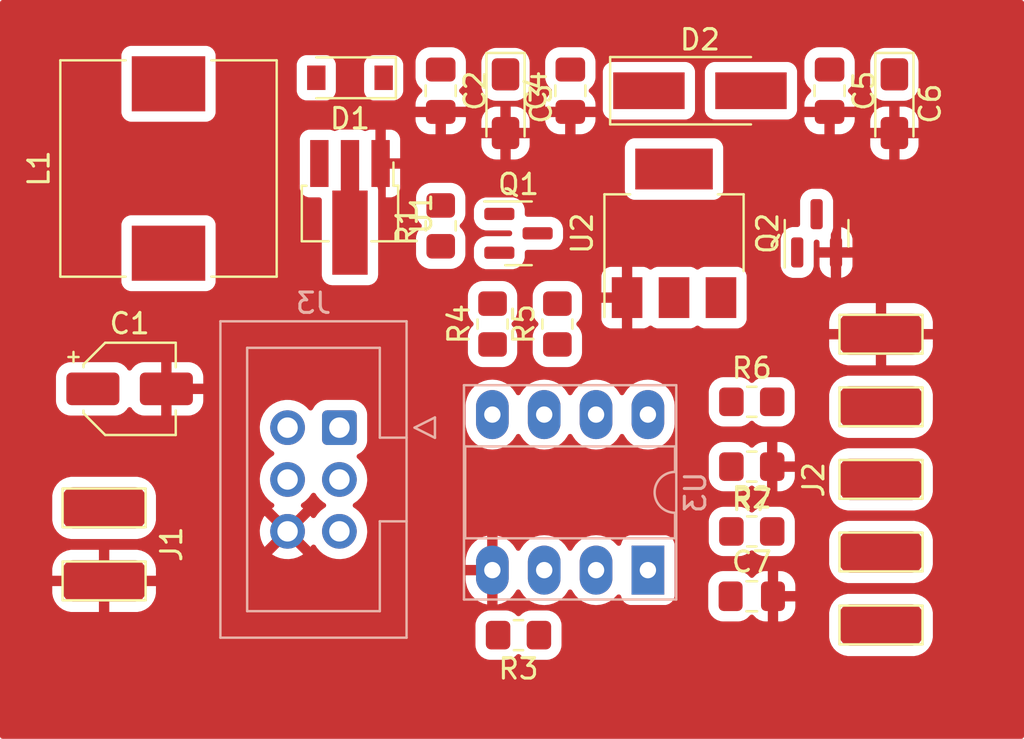
<source format=kicad_pcb>
(kicad_pcb (version 20211014) (generator pcbnew)

  (general
    (thickness 1.6)
  )

  (paper "A5")
  (layers
    (0 "F.Cu" signal)
    (31 "B.Cu" signal)
    (32 "B.Adhes" user "B.Adhesive")
    (33 "F.Adhes" user "F.Adhesive")
    (34 "B.Paste" user)
    (35 "F.Paste" user)
    (36 "B.SilkS" user "B.Silkscreen")
    (37 "F.SilkS" user "F.Silkscreen")
    (38 "B.Mask" user)
    (39 "F.Mask" user)
    (40 "Dwgs.User" user "User.Drawings")
    (41 "Cmts.User" user "User.Comments")
    (42 "Eco1.User" user "User.Eco1")
    (43 "Eco2.User" user "User.Eco2")
    (44 "Edge.Cuts" user)
    (45 "Margin" user)
    (46 "B.CrtYd" user "B.Courtyard")
    (47 "F.CrtYd" user "F.Courtyard")
    (48 "B.Fab" user)
    (49 "F.Fab" user)
    (50 "User.1" user "Nutzer.1")
    (51 "User.2" user "Nutzer.2")
    (52 "User.3" user "Nutzer.3")
    (53 "User.4" user "Nutzer.4")
    (54 "User.5" user "Nutzer.5")
    (55 "User.6" user "Nutzer.6")
    (56 "User.7" user "Nutzer.7")
    (57 "User.8" user "Nutzer.8")
    (58 "User.9" user "Nutzer.9")
  )

  (setup
    (pad_to_mask_clearance 0)
    (pcbplotparams
      (layerselection 0x00010fc_ffffffff)
      (disableapertmacros false)
      (usegerberextensions false)
      (usegerberattributes true)
      (usegerberadvancedattributes true)
      (creategerberjobfile true)
      (svguseinch false)
      (svgprecision 6)
      (excludeedgelayer true)
      (plotframeref false)
      (viasonmask false)
      (mode 1)
      (useauxorigin false)
      (hpglpennumber 1)
      (hpglpenspeed 20)
      (hpglpendiameter 15.000000)
      (dxfpolygonmode true)
      (dxfimperialunits true)
      (dxfusepcbnewfont true)
      (psnegative false)
      (psa4output false)
      (plotreference true)
      (plotvalue true)
      (plotinvisibletext false)
      (sketchpadsonfab false)
      (subtractmaskfromsilk false)
      (outputformat 1)
      (mirror false)
      (drillshape 1)
      (scaleselection 1)
      (outputdirectory "")
    )
  )

  (net 0 "")
  (net 1 "+BATT")
  (net 2 "GND")
  (net 3 "+5V")
  (net 4 "Net-(C4-Pad2)")
  (net 5 "+3V3")
  (net 6 "Net-(D1-Pad2)")
  (net 7 "SW")
  (net 8 "LED-")
  (net 9 "~{3V3_EN}")
  (net 10 "/(MOSI)")
  (net 11 "/(~{RST})")
  (net 12 "Net-(Q1-Pad1)")
  (net 13 "Net-(Q2-Pad1)")
  (net 14 "/BAT_SENSE")
  (net 15 "/LED_ON")

  (footprint "Resistor_SMD:R_0805_2012Metric_Pad1.20x1.40mm_HandSolder" (layer "F.Cu") (at 102.235 48.53 90))

  (footprint "Resistor_SMD:R_0805_2012Metric_Pad1.20x1.40mm_HandSolder" (layer "F.Cu") (at 117.475 63.5))

  (footprint "Capacitor_SMD:C_0805_2012Metric_Pad1.18x1.45mm_HandSolder" (layer "F.Cu") (at 121.285 41.91 -90))

  (footprint "Package_TO_SOT_SMD:SOT-223-3_TabPin2" (layer "F.Cu") (at 113.665 48.895 90))

  (footprint "Capacitor_Tantalum_SMD:CP_EIA-3216-18_Kemet-A_Pad1.58x1.35mm_HandSolder" (layer "F.Cu") (at 124.46 42.545 -90))

  (footprint "Inductor_SMD:L_10.4x10.4_H4.8" (layer "F.Cu") (at 88.9 45.72 90))

  (footprint "Resistor_SMD:R_0805_2012Metric_Pad1.20x1.40mm_HandSolder" (layer "F.Cu") (at 107.95 53.34 90))

  (footprint "Diode_SMD:D_SMA_Handsoldering" (layer "F.Cu") (at 114.935 41.91))

  (footprint "Capacitor_SMD:CP_Elec_4x5.4" (layer "F.Cu") (at 86.995 56.515))

  (footprint "Capacitor_SMD:C_0805_2012Metric_Pad1.18x1.45mm_HandSolder" (layer "F.Cu") (at 117.475 66.675))

  (footprint "Package_TO_SOT_SMD:SOT-89-3_Handsoldering" (layer "F.Cu") (at 97.79 47.625 -90))

  (footprint "Resistor_SMD:R_0805_2012Metric_Pad1.20x1.40mm_HandSolder" (layer "F.Cu") (at 104.775 53.34 90))

  (footprint "Capacitor_SMD:C_0805_2012Metric_Pad1.18x1.45mm_HandSolder" (layer "F.Cu") (at 108.585 41.91 90))

  (footprint "Diode_SMD:D_SOD-123" (layer "F.Cu") (at 97.79 41.275 180))

  (footprint "Resistor_SMD:R_0805_2012Metric_Pad1.20x1.40mm_HandSolder" (layer "F.Cu") (at 117.475 60.325 180))

  (footprint "mini-boards:SolderWire_05_2x4mm" (layer "F.Cu") (at 123.805 68.082 90))

  (footprint "Package_TO_SOT_SMD:SOT-23" (layer "F.Cu") (at 106.045 48.895))

  (footprint "Resistor_SMD:R_0805_2012Metric_Pad1.20x1.40mm_HandSolder" (layer "F.Cu") (at 106.045 68.58 180))

  (footprint "Package_TO_SOT_SMD:SOT-23" (layer "F.Cu") (at 120.65 48.895 90))

  (footprint "mini-boards:SolderWire_02_2x4mm" (layer "F.Cu") (at 85.745 62.347 -90))

  (footprint "Capacitor_SMD:C_0805_2012Metric_Pad1.18x1.45mm_HandSolder" (layer "F.Cu") (at 102.235 41.91 -90))

  (footprint "Resistor_SMD:R_0805_2012Metric_Pad1.20x1.40mm_HandSolder" (layer "F.Cu") (at 117.475 57.15))

  (footprint "Capacitor_Tantalum_SMD:CP_EIA-3216-18_Kemet-A_Pad1.58x1.35mm_HandSolder" (layer "F.Cu") (at 105.41 42.545 -90))

  (footprint "Connector_IDC:IDC-Header_2x03_P2.54mm_Vertical" (layer "B.Cu") (at 97.2725 58.415 180))

  (footprint "Package_DIP:DIP-8_W7.62mm_Socket_LongPads" (layer "B.Cu") (at 112.385 65.395 90))

  (zone (net 2) (net_name "GND") (layer "F.Cu") (tstamp babc852d-9cdb-4538-915a-5637c152f8f9) (hatch edge 0.508)
    (connect_pads (clearance 0.508))
    (min_thickness 0.254) (filled_areas_thickness no)
    (fill yes (thermal_gap 0.508) (thermal_bridge_width 0.508))
    (polygon
      (pts
        (xy 130.81 73.66)
        (xy 80.645 73.66)
        (xy 80.645 37.465)
        (xy 130.81 37.465)
      )
    )
    (filled_polygon
      (layer "F.Cu")
      (pts
        (xy 130.752121 37.485002)
        (xy 130.798614 37.538658)
        (xy 130.81 37.591)
        (xy 130.81 73.534)
        (xy 130.789998 73.602121)
        (xy 130.736342 73.648614)
        (xy 130.684 73.66)
        (xy 80.771 73.66)
        (xy 80.702879 73.639998)
        (xy 80.656386 73.586342)
        (xy 80.645 73.534)
        (xy 80.645 69.0804)
        (xy 103.9365 69.0804)
        (xy 103.947474 69.186166)
        (xy 104.00345 69.353946)
        (xy 104.096522 69.504348)
        (xy 104.221697 69.629305)
        (xy 104.227927 69.633145)
        (xy 104.227928 69.633146)
        (xy 104.36509 69.717694)
        (xy 104.372262 69.722115)
        (xy 104.452005 69.748564)
        (xy 104.533611 69.775632)
        (xy 104.533613 69.775632)
        (xy 104.540139 69.777797)
        (xy 104.546975 69.778497)
        (xy 104.546978 69.778498)
        (xy 104.590031 69.782909)
        (xy 104.6446 69.7885)
        (xy 105.4454 69.7885)
        (xy 105.448646 69.788163)
        (xy 105.44865 69.788163)
        (xy 105.544308 69.778238)
        (xy 105.544312 69.778237)
        (xy 105.551166 69.777526)
        (xy 105.557702 69.775345)
        (xy 105.557704 69.775345)
        (xy 105.689806 69.731272)
        (xy 105.718946 69.72155)
        (xy 105.869348 69.628478)
        (xy 105.955784 69.541891)
        (xy 106.018066 69.507812)
        (xy 106.088886 69.512815)
        (xy 106.133976 69.541736)
        (xy 106.221697 69.629305)
        (xy 106.227927 69.633145)
        (xy 106.227928 69.633146)
        (xy 106.36509 69.717694)
        (xy 106.372262 69.722115)
        (xy 106.452005 69.748564)
        (xy 106.533611 69.775632)
        (xy 106.533613 69.775632)
        (xy 106.540139 69.777797)
        (xy 106.546975 69.778497)
        (xy 106.546978 69.778498)
        (xy 106.590031 69.782909)
        (xy 106.6446 69.7885)
        (xy 107.4454 69.7885)
        (xy 107.448646 69.788163)
        (xy 107.44865 69.788163)
        (xy 107.544308 69.778238)
        (xy 107.544312 69.778237)
        (xy 107.551166 69.777526)
        (xy 107.557702 69.775345)
        (xy 107.557704 69.775345)
        (xy 107.689806 69.731272)
        (xy 107.718946 69.72155)
        (xy 107.869348 69.628478)
        (xy 107.994305 69.503303)
        (xy 108.087115 69.352738)
        (xy 108.142797 69.184861)
        (xy 108.1535 69.0804)
        (xy 108.1535 68.687082)
        (xy 121.2645 68.687082)
        (xy 121.264811 68.693221)
        (xy 121.304213 68.888634)
        (xy 121.380821 69.072672)
        (xy 121.491716 69.238325)
        (xy 121.632675 69.379284)
        (xy 121.798328 69.490179)
        (xy 121.982366 69.566787)
        (xy 121.98841 69.568006)
        (xy 121.988411 69.568006)
        (xy 122.173191 69.605264)
        (xy 122.177779 69.606189)
        (xy 122.183918 69.6065)
        (xy 125.426082 69.6065)
        (xy 125.432221 69.606189)
        (xy 125.436809 69.605264)
        (xy 125.621589 69.568006)
        (xy 125.62159 69.568006)
        (xy 125.627634 69.566787)
        (xy 125.811672 69.490179)
        (xy 125.977325 69.379284)
        (xy 126.118284 69.238325)
        (xy 126.229179 69.072672)
        (xy 126.305787 68.888634)
        (xy 126.345189 68.693221)
        (xy 126.3455 68.687082)
        (xy 126.3455 67.476918)
        (xy 126.345189 67.470779)
        (xy 126.340145 67.445765)
        (xy 126.307006 67.281411)
        (xy 126.307006 67.28141)
        (xy 126.305787 67.275366)
        (xy 126.229179 67.091328)
        (xy 126.132637 66.947115)
        (xy 126.121715 66.9308)
        (xy 126.121714 66.930799)
        (xy 126.118284 66.925675)
        (xy 125.977325 66.784716)
        (xy 125.811672 66.673821)
        (xy 125.627634 66.597213)
        (xy 125.62159 66.595994)
        (xy 125.621589 66.595994)
        (xy 125.436809 66.558736)
        (xy 125.436808 66.558736)
        (xy 125.432221 66.557811)
        (xy 125.426082 66.5575)
        (xy 122.183918 66.5575)
        (xy 122.177779 66.557811)
        (xy 122.173192 66.558736)
        (xy 122.173191 66.558736)
        (xy 121.988411 66.595994)
        (xy 121.98841 66.595994)
        (xy 121.982366 66.597213)
        (xy 121.798328 66.673821)
        (xy 121.632675 66.784716)
        (xy 121.491716 66.925675)
        (xy 121.488286 66.930799)
        (xy 121.488285 66.9308)
        (xy 121.477363 66.947115)
        (xy 121.380821 67.091328)
        (xy 121.304213 67.275366)
        (xy 121.302994 67.28141)
        (xy 121.302994 67.281411)
        (xy 121.269855 67.445765)
        (xy 121.264811 67.470779)
        (xy 121.2645 67.476918)
        (xy 121.2645 68.687082)
        (xy 108.1535 68.687082)
        (xy 108.1535 68.0796)
        (xy 108.142526 67.973834)
        (xy 108.12062 67.908172)
        (xy 108.088868 67.813002)
        (xy 108.08655 67.806054)
        (xy 107.993478 67.655652)
        (xy 107.868303 67.530695)
        (xy 107.862072 67.526854)
        (xy 107.723968 67.441725)
        (xy 107.723966 67.441724)
        (xy 107.717738 67.437885)
        (xy 107.629217 67.408524)
        (xy 107.556389 67.384368)
        (xy 107.556387 67.384368)
        (xy 107.549861 67.382203)
        (xy 107.543025 67.381503)
        (xy 107.543022 67.381502)
        (xy 107.499969 67.377091)
        (xy 107.4454 67.3715)
        (xy 106.6446 67.3715)
        (xy 106.641354 67.371837)
        (xy 106.64135 67.371837)
        (xy 106.545692 67.381762)
        (xy 106.545688 67.381763)
        (xy 106.538834 67.382474)
        (xy 106.532298 67.384655)
        (xy 106.532296 67.384655)
        (xy 106.471492 67.404941)
        (xy 106.371054 67.43845)
        (xy 106.220652 67.531522)
        (xy 106.135563 67.61676)
        (xy 106.134216 67.618109)
        (xy 106.071934 67.652188)
        (xy 106.001114 67.647185)
        (xy 105.956025 67.618264)
        (xy 105.873483 67.535866)
        (xy 105.868303 67.530695)
        (xy 105.862072 67.526854)
        (xy 105.723968 67.441725)
        (xy 105.723966 67.441724)
        (xy 105.717738 67.437885)
        (xy 105.629217 67.408524)
        (xy 105.556389 67.384368)
        (xy 105.556387 67.384368)
        (xy 105.549861 67.382203)
        (xy 105.543025 67.381503)
        (xy 105.543022 67.381502)
        (xy 105.499969 67.377091)
        (xy 105.4454 67.3715)
        (xy 104.6446 67.3715)
        (xy 104.641354 67.371837)
        (xy 104.64135 67.371837)
        (xy 104.545692 67.381762)
        (xy 104.545688 67.381763)
        (xy 104.538834 67.382474)
        (xy 104.532298 67.384655)
        (xy 104.532296 67.384655)
        (xy 104.471492 67.404941)
        (xy 104.371054 67.43845)
        (xy 104.220652 67.531522)
        (xy 104.095695 67.656697)
        (xy 104.002885 67.807262)
        (xy 103.947203 67.975139)
        (xy 103.9365 68.0796)
        (xy 103.9365 69.0804)
        (xy 80.645 69.0804)
        (xy 80.645 66.526452)
        (xy 83.205 66.526452)
        (xy 83.205078 66.529536)
        (xy 83.206235 66.538756)
        (xy 83.243476 66.723449)
        (xy 83.247059 66.735171)
        (xy 83.318895 66.907747)
        (xy 83.324692 66.918557)
        (xy 83.428673 67.073882)
        (xy 83.436466 67.083369)
        (xy 83.568631 67.215534)
        (xy 83.578118 67.223327)
        (xy 83.733443 67.327308)
        (xy 83.744253 67.333105)
        (xy 83.916829 67.404941)
        (xy 83.928551 67.408524)
        (xy 84.113244 67.445765)
        (xy 84.122464 67.446922)
        (xy 84.125548 67.447)
        (xy 85.472885 67.447)
        (xy 85.488124 67.442525)
        (xy 85.489329 67.441135)
        (xy 85.491 67.433452)
        (xy 85.491 67.428885)
        (xy 85.999 67.428885)
        (xy 86.003475 67.444124)
        (xy 86.004865 67.445329)
        (xy 86.012548 67.447)
        (xy 87.364452 67.447)
        (xy 87.367536 67.446922)
        (xy 87.376756 67.445765)
        (xy 87.561449 67.408524)
        (xy 87.573171 67.404941)
        (xy 87.745747 67.333105)
        (xy 87.756557 67.327308)
        (xy 87.911882 67.223327)
        (xy 87.921369 67.215534)
        (xy 87.936503 67.2004)
        (xy 115.3415 67.2004)
        (xy 115.341837 67.203646)
        (xy 115.341837 67.20365)
        (xy 115.351618 67.297914)
        (xy 115.352474 67.306166)
        (xy 115.354655 67.312702)
        (xy 115.354655 67.312704)
        (xy 115.374384 67.371837)
        (xy 115.40845 67.473946)
        (xy 115.501522 67.624348)
        (xy 115.626697 67.749305)
        (xy 115.632927 67.753145)
        (xy 115.632928 67.753146)
        (xy 115.770288 67.837816)
        (xy 115.777262 67.842115)
        (xy 115.857005 67.868564)
        (xy 115.938611 67.895632)
        (xy 115.938613 67.895632)
        (xy 115.945139 67.897797)
        (xy 115.951975 67.898497)
        (xy 115.951978 67.898498)
        (xy 115.995031 67.902909)
        (xy 116.0496 67.9085)
        (xy 116.8254 67.9085)
        (xy 116.828646 67.908163)
        (xy 116.82865 67.908163)
        (xy 116.924308 67.898238)
        (xy 116.924312 67.898237)
        (xy 116.931166 67.897526)
        (xy 116.937702 67.895345)
        (xy 116.937704 67.895345)
        (xy 117.069806 67.851272)
        (xy 117.098946 67.84155)
        (xy 117.249348 67.748478)
        (xy 117.374305 67.623303)
        (xy 117.377102 67.618765)
        (xy 117.434353 67.578176)
        (xy 117.505276 67.574946)
        (xy 117.566687 67.610572)
        (xy 117.574062 67.619068)
        (xy 117.582098 67.629207)
        (xy 117.696829 67.743739)
        (xy 117.70824 67.752751)
        (xy 117.846243 67.837816)
        (xy 117.859424 67.843963)
        (xy 118.01371 67.895138)
        (xy 118.027086 67.898005)
        (xy 118.121438 67.907672)
        (xy 118.127854 67.908)
        (xy 118.240385 67.908)
        (xy 118.255624 67.903525)
        (xy 118.256829 67.902135)
        (xy 118.2585 67.894452)
        (xy 118.2585 67.889884)
        (xy 118.7665 67.889884)
        (xy 118.770975 67.905123)
        (xy 118.772365 67.906328)
        (xy 118.780048 67.907999)
        (xy 118.897095 67.907999)
        (xy 118.903614 67.907662)
        (xy 118.999206 67.897743)
        (xy 119.0126 67.894851)
        (xy 119.166784 67.843412)
        (xy 119.179962 67.837239)
        (xy 119.317807 67.751937)
        (xy 119.329208 67.742901)
        (xy 119.443739 67.628171)
        (xy 119.452751 67.61676)
        (xy 119.537816 67.478757)
        (xy 119.543963 67.465576)
        (xy 119.595138 67.31129)
        (xy 119.598005 67.297914)
        (xy 119.607672 67.203562)
        (xy 119.608 67.197146)
        (xy 119.608 66.947115)
        (xy 119.603525 66.931876)
        (xy 119.602135 66.930671)
        (xy 119.594452 66.929)
        (xy 118.784615 66.929)
        (xy 118.769376 66.933475)
        (xy 118.768171 66.934865)
        (xy 118.7665 66.942548)
        (xy 118.7665 67.889884)
        (xy 118.2585 67.889884)
        (xy 118.2585 66.402885)
        (xy 118.7665 66.402885)
        (xy 118.770975 66.418124)
        (xy 118.772365 66.419329)
        (xy 118.780048 66.421)
        (xy 119.589884 66.421)
        (xy 119.605123 66.416525)
        (xy 119.606328 66.415135)
        (xy 119.607999 66.407452)
        (xy 119.607999 66.152905)
        (xy 119.607662 66.146386)
        (xy 119.597743 66.050794)
        (xy 119.594851 66.0374)
        (xy 119.543412 65.883216)
        (xy 119.537239 65.870038)
        (xy 119.451937 65.732193)
        (xy 119.442901 65.720792)
        (xy 119.328171 65.606261)
        (xy 119.31676 65.597249)
        (xy 119.178757 65.512184)
        (xy 119.165576 65.506037)
        (xy 119.01129 65.454862)
        (xy 118.997914 65.451995)
        (xy 118.903562 65.442328)
        (xy 118.897145 65.442)
        (xy 118.784615 65.442)
        (xy 118.769376 65.446475)
        (xy 118.768171 65.447865)
        (xy 118.7665 65.455548)
        (xy 118.7665 66.402885)
        (xy 118.2585 66.402885)
        (xy 118.2585 65.460116)
        (xy 118.254025 65.444877)
        (xy 118.252635 65.443672)
        (xy 118.244952 65.442001)
        (xy 118.127905 65.442001)
        (xy 118.121386 65.442338)
        (xy 118.025794 65.452257)
        (xy 118.0124 65.455149)
        (xy 117.858216 65.506588)
        (xy 117.845038 65.512761)
        (xy 117.707193 65.598063)
        (xy 117.695792 65.607099)
        (xy 117.581262 65.721828)
        (xy 117.574206 65.730762)
        (xy 117.516288 65.771823)
        (xy 117.445365 65.775053)
        (xy 117.383954 65.739426)
        (xy 117.377154 65.731593)
        (xy 117.373478 65.725652)
        (xy 117.248303 65.600695)
        (xy 117.242072 65.596854)
        (xy 117.103968 65.511725)
        (xy 117.103966 65.511724)
        (xy 117.097738 65.507885)
        (xy 117.017995 65.481436)
        (xy 116.936389 65.454368)
        (xy 116.936387 65.454368)
        (xy 116.929861 65.452203)
        (xy 116.923025 65.451503)
        (xy 116.923022 65.451502)
        (xy 116.879969 65.447091)
        (xy 116.8254 65.4415)
        (xy 116.0496 65.4415)
        (xy 116.046354 65.441837)
        (xy 116.04635 65.441837)
        (xy 115.950692 65.451762)
        (xy 115.950688 65.451763)
        (xy 115.943834 65.452474)
        (xy 115.937298 65.454655)
        (xy 115.937296 65.454655)
        (xy 115.920928 65.460116)
        (xy 115.776054 65.50845)
        (xy 115.625652 65.601522)
        (xy 115.500695 65.726697)
        (xy 115.496855 65.732927)
        (xy 115.496854 65.732928)
        (xy 115.423379 65.852127)
        (xy 115.407885 65.877262)
        (xy 115.405581 65.884209)
        (xy 115.357059 66.0305)
        (xy 115.352203 66.045139)
        (xy 115.3415 66.1496)
        (xy 115.3415 67.2004)
        (xy 87.936503 67.2004)
        (xy 88.053534 67.083369)
        (xy 88.061327 67.073882)
        (xy 88.165308 66.918557)
        (xy 88.171105 66.907747)
        (xy 88.242941 66.735171)
        (xy 88.246524 66.723449)
        (xy 88.283765 66.538756)
        (xy 88.284922 66.529536)
        (xy 88.285 66.526452)
        (xy 88.285 66.195115)
        (xy 88.280525 66.179876)
        (xy 88.279135 66.178671)
        (xy 88.271452 66.177)
        (xy 86.017115 66.177)
        (xy 86.001876 66.181475)
        (xy 86.000671 66.182865)
        (xy 85.999 66.190548)
        (xy 85.999 67.428885)
        (xy 85.491 67.428885)
        (xy 85.491 66.195115)
        (xy 85.486525 66.179876)
        (xy 85.485135 66.178671)
        (xy 85.477452 66.177)
        (xy 83.223115 66.177)
        (xy 83.207876 66.181475)
        (xy 83.206671 66.182865)
        (xy 83.205 66.190548)
        (xy 83.205 66.526452)
        (xy 80.645 66.526452)
        (xy 80.645 65.849365)
        (xy 103.457 65.849365)
        (xy 103.457238 65.85483)
        (xy 103.471472 66.017519)
        (xy 103.473375 66.028312)
        (xy 103.529764 66.238761)
        (xy 103.53351 66.249053)
        (xy 103.625586 66.446511)
        (xy 103.631069 66.456007)
        (xy 103.756028 66.634467)
        (xy 103.763084 66.642875)
        (xy 103.917125 66.796916)
        (xy 103.925533 66.803972)
        (xy 104.103993 66.928931)
        (xy 104.113489 66.934414)
        (xy 104.310947 67.02649)
        (xy 104.321239 67.030236)
        (xy 104.493503 67.076394)
        (xy 104.507599 67.076058)
        (xy 104.511 67.068116)
        (xy 104.511 67.062967)
        (xy 105.019 67.062967)
        (xy 105.022973 67.076498)
        (xy 105.031522 67.077727)
        (xy 105.208761 67.030236)
        (xy 105.219053 67.02649)
        (xy 105.416511 66.934414)
        (xy 105.426007 66.928931)
        (xy 105.604467 66.803972)
        (xy 105.612875 66.796916)
        (xy 105.766916 66.642875)
        (xy 105.773972 66.634467)
        (xy 105.898931 66.456007)
        (xy 105.904414 66.446511)
        (xy 105.920529 66.411951)
        (xy 105.967446 66.358666)
        (xy 106.035723 66.339205)
        (xy 106.103683 66.359747)
        (xy 106.148919 66.411951)
        (xy 106.165151 66.446762)
        (xy 106.165154 66.446767)
        (xy 106.167477 66.451749)
        (xy 106.298802 66.6393)
        (xy 106.4607 66.801198)
        (xy 106.465208 66.804355)
        (xy 106.465211 66.804357)
        (xy 106.506542 66.833297)
        (xy 106.648251 66.932523)
        (xy 106.653233 66.934846)
        (xy 106.653238 66.934849)
        (xy 106.849765 67.02649)
        (xy 106.855757 67.029284)
        (xy 106.861065 67.030706)
        (xy 106.861067 67.030707)
        (xy 107.071598 67.087119)
        (xy 107.0716 67.087119)
        (xy 107.076913 67.088543)
        (xy 107.305 67.108498)
        (xy 107.533087 67.088543)
        (xy 107.5384 67.087119)
        (xy 107.538402 67.087119)
        (xy 107.748933 67.030707)
        (xy 107.748935 67.030706)
        (xy 107.754243 67.029284)
        (xy 107.760235 67.02649)
        (xy 107.956762 66.934849)
        (xy 107.956767 66.934846)
        (xy 107.961749 66.932523)
        (xy 108.103458 66.833297)
        (xy 108.144789 66.804357)
        (xy 108.144792 66.804355)
        (xy 108.1493 66.801198)
        (xy 108.311198 66.6393)
        (xy 108.442523 66.451749)
        (xy 108.444846 66.446767)
        (xy 108.444849 66.446762)
        (xy 108.460805 66.412543)
        (xy 108.507722 66.359258)
        (xy 108.575999 66.339797)
        (xy 108.643959 66.360339)
        (xy 108.689195 66.412543)
        (xy 108.705151 66.446762)
        (xy 108.705154 66.446767)
        (xy 108.707477 66.451749)
        (xy 108.838802 66.6393)
        (xy 109.0007 66.801198)
        (xy 109.005208 66.804355)
        (xy 109.005211 66.804357)
        (xy 109.046542 66.833297)
        (xy 109.188251 66.932523)
        (xy 109.193233 66.934846)
        (xy 109.193238 66.934849)
        (xy 109.389765 67.02649)
        (xy 109.395757 67.029284)
        (xy 109.401065 67.030706)
        (xy 109.401067 67.030707)
        (xy 109.611598 67.087119)
        (xy 109.6116 67.087119)
        (xy 109.616913 67.088543)
        (xy 109.845 67.108498)
        (xy 110.073087 67.088543)
        (xy 110.0784 67.087119)
        (xy 110.078402 67.087119)
        (xy 110.288933 67.030707)
        (xy 110.288935 67.030706)
        (xy 110.294243 67.029284)
        (xy 110.300235 67.02649)
        (xy 110.496762 66.934849)
        (xy 110.496767 66.934846)
        (xy 110.501749 66.932523)
        (xy 110.643458 66.833297)
        (xy 110.684789 66.804357)
        (xy 110.684792 66.804355)
        (xy 110.6893 66.801198)
        (xy 110.851198 66.6393)
        (xy 110.854357 66.634789)
        (xy 110.857892 66.630576)
        (xy 110.859026 66.631527)
        (xy 110.909071 66.591529)
        (xy 110.97969 66.584224)
        (xy 111.043049 66.616258)
        (xy 111.07903 66.677462)
        (xy 111.082082 66.694517)
        (xy 111.083255 66.705316)
        (xy 111.134385 66.841705)
        (xy 111.221739 66.958261)
        (xy 111.338295 67.045615)
        (xy 111.474684 67.096745)
        (xy 111.536866 67.1035)
        (xy 113.233134 67.1035)
        (xy 113.295316 67.096745)
        (xy 113.431705 67.045615)
        (xy 113.548261 66.958261)
        (xy 113.635615 66.841705)
        (xy 113.686745 66.705316)
        (xy 113.6935 66.643134)
        (xy 113.6935 65.111082)
        (xy 121.2645 65.111082)
        (xy 121.264811 65.117221)
        (xy 121.304213 65.312634)
        (xy 121.380821 65.496672)
        (xy 121.454481 65.606704)
        (xy 121.484058 65.650885)
        (xy 121.491716 65.662325)
        (xy 121.632675 65.803284)
        (xy 121.798328 65.914179)
        (xy 121.982366 65.990787)
        (xy 121.98841 65.992006)
        (xy 121.988411 65.992006)
        (xy 122.16847 66.028312)
        (xy 122.177779 66.030189)
        (xy 122.183918 66.0305)
        (xy 125.426082 66.0305)
        (xy 125.432221 66.030189)
        (xy 125.44153 66.028312)
        (xy 125.621589 65.992006)
        (xy 125.62159 65.992006)
        (xy 125.627634 65.990787)
        (xy 125.811672 65.914179)
        (xy 125.977325 65.803284)
        (xy 126.118284 65.662325)
        (xy 126.125943 65.650885)
        (xy 126.155519 65.606704)
        (xy 126.229179 65.496672)
        (xy 126.305787 65.312634)
        (xy 126.345189 65.117221)
        (xy 126.3455 65.111082)
        (xy 126.3455 63.900918)
        (xy 126.345189 63.894779)
        (xy 126.340495 63.8715)
        (xy 126.307006 63.705411)
        (xy 126.307006 63.70541)
        (xy 126.305787 63.699366)
        (xy 126.229179 63.515328)
        (xy 126.118284 63.349675)
        (xy 125.977325 63.208716)
        (xy 125.811672 63.097821)
        (xy 125.627634 63.021213)
        (xy 125.62159 63.019994)
        (xy 125.621589 63.019994)
        (xy 125.436809 62.982736)
        (xy 125.436808 62.982736)
        (xy 125.432221 62.981811)
        (xy 125.426082 62.9815)
        (xy 122.183918 62.9815)
        (xy 122.177779 62.981811)
        (xy 122.173192 62.982736)
        (xy 122.173191 62.982736)
        (xy 121.988411 63.019994)
        (xy 121.98841 63.019994)
        (xy 121.982366 63.021213)
        (xy 121.798328 63.097821)
        (xy 121.632675 63.208716)
        (xy 121.491716 63.349675)
        (xy 121.380821 63.515328)
        (xy 121.304213 63.699366)
        (xy 121.302994 63.70541)
        (xy 121.302994 63.705411)
        (xy 121.269505 63.8715)
        (xy 121.264811 63.894779)
        (xy 121.2645 63.900918)
        (xy 121.2645 65.111082)
        (xy 113.6935 65.111082)
        (xy 113.6935 64.146866)
        (xy 113.686745 64.084684)
        (xy 113.655148 64.0004)
        (xy 115.3665 64.0004)
        (xy 115.366837 64.003646)
        (xy 115.366837 64.00365)
        (xy 115.376586 64.097606)
        (xy 115.377474 64.106166)
        (xy 115.379655 64.112702)
        (xy 115.379655 64.112704)
        (xy 115.39578 64.161035)
        (xy 115.43345 64.273946)
        (xy 115.526522 64.424348)
        (xy 115.651697 64.549305)
        (xy 115.657927 64.553145)
        (xy 115.657928 64.553146)
        (xy 115.79509 64.637694)
        (xy 115.802262 64.642115)
        (xy 115.863616 64.662465)
        (xy 115.963611 64.695632)
        (xy 115.963613 64.695632)
        (xy 115.970139 64.697797)
        (xy 115.976975 64.698497)
        (xy 115.976978 64.698498)
        (xy 116.020031 64.702909)
        (xy 116.0746 64.7085)
        (xy 116.8754 64.7085)
        (xy 116.878646 64.708163)
        (xy 116.87865 64.708163)
        (xy 116.974308 64.698238)
        (xy 116.974312 64.698237)
        (xy 116.981166 64.697526)
        (xy 116.987702 64.695345)
        (xy 116.987704 64.695345)
        (xy 117.119806 64.651272)
        (xy 117.148946 64.64155)
        (xy 117.299348 64.548478)
        (xy 117.385784 64.461891)
        (xy 117.448066 64.427812)
        (xy 117.518886 64.432815)
        (xy 117.563975 64.461736)
        (xy 117.615223 64.512895)
        (xy 117.651697 64.549305)
        (xy 117.657927 64.553145)
        (xy 117.657928 64.553146)
        (xy 117.79509 64.637694)
        (xy 117.802262 64.642115)
        (xy 117.863616 64.662465)
        (xy 117.963611 64.695632)
        (xy 117.963613 64.695632)
        (xy 117.970139 64.697797)
        (xy 117.976975 64.698497)
        (xy 117.976978 64.698498)
        (xy 118.020031 64.702909)
        (xy 118.0746 64.7085)
        (xy 118.8754 64.7085)
        (xy 118.878646 64.708163)
        (xy 118.87865 64.708163)
        (xy 118.974308 64.698238)
        (xy 118.974312 64.698237)
        (xy 118.981166 64.697526)
        (xy 118.987702 64.695345)
        (xy 118.987704 64.695345)
        (xy 119.119806 64.651272)
        (xy 119.148946 64.64155)
        (xy 119.299348 64.548478)
        (xy 119.424305 64.423303)
        (xy 119.430935 64.412548)
        (xy 119.513275 64.278968)
        (xy 119.513276 64.278966)
        (xy 119.517115 64.272738)
        (xy 119.558886 64.146803)
        (xy 119.570632 64.111389)
        (xy 119.570632 64.111387)
        (xy 119.572797 64.104861)
        (xy 119.573541 64.097606)
        (xy 119.583172 64.003598)
        (xy 119.5835 64.0004)
        (xy 119.5835 62.9996)
        (xy 119.58175 62.982736)
        (xy 119.573238 62.900692)
        (xy 119.573237 62.900688)
        (xy 119.572526 62.893834)
        (xy 119.556732 62.846492)
        (xy 119.518868 62.733002)
        (xy 119.51655 62.726054)
        (xy 119.423478 62.575652)
        (xy 119.298303 62.450695)
        (xy 119.169707 62.371427)
        (xy 119.153968 62.361725)
        (xy 119.153966 62.361724)
        (xy 119.147738 62.357885)
        (xy 119.067995 62.331436)
        (xy 118.986389 62.304368)
        (xy 118.986387 62.304368)
        (xy 118.979861 62.302203)
        (xy 118.973025 62.301503)
        (xy 118.973022 62.301502)
        (xy 118.929969 62.297091)
        (xy 118.8754 62.2915)
        (xy 118.0746 62.2915)
        (xy 118.071354 62.291837)
        (xy 118.07135 62.291837)
        (xy 117.975692 62.301762)
        (xy 117.975688 62.301763)
        (xy 117.968834 62.302474)
        (xy 117.962298 62.304655)
        (xy 117.962296 62.304655)
        (xy 117.830194 62.348728)
        (xy 117.801054 62.35845)
        (xy 117.650652 62.451522)
        (xy 117.607402 62.494848)
        (xy 117.564216 62.538109)
        (xy 117.501934 62.572188)
        (xy 117.431114 62.567185)
        (xy 117.386025 62.538264)
        (xy 117.303483 62.455866)
        (xy 117.298303 62.450695)
        (xy 117.169707 62.371427)
        (xy 117.153968 62.361725)
        (xy 117.153966 62.361724)
        (xy 117.147738 62.357885)
        (xy 117.067995 62.331436)
        (xy 116.986389 62.304368)
        (xy 116.986387 62.304368)
        (xy 116.979861 62.302203)
        (xy 116.973025 62.301503)
        (xy 116.973022 62.301502)
        (xy 116.929969 62.297091)
        (xy 116.8754 62.2915)
        (xy 116.0746 62.2915)
        (xy 116.071354 62.291837)
        (xy 116.07135 62.291837)
        (xy 115.975692 62.301762)
        (xy 115.975688 62.301763)
        (xy 115.968834 62.302474)
        (xy 115.962298 62.304655)
        (xy 115.962296 62.304655)
        (xy 115.830194 62.348728)
        (xy 115.801054 62.35845)
        (xy 115.650652 62.451522)
        (xy 115.645479 62.456704)
        (xy 115.607401 62.494848)
        (xy 115.525695 62.576697)
        (xy 115.521855 62.582927)
        (xy 115.521854 62.582928)
        (xy 115.485805 62.641411)
        (xy 115.432885 62.727262)
        (xy 115.377203 62.895139)
        (xy 115.3665 62.9996)
        (xy 115.3665 64.0004)
        (xy 113.655148 64.0004)
        (xy 113.635615 63.948295)
        (xy 113.548261 63.831739)
        (xy 113.431705 63.744385)
        (xy 113.295316 63.693255)
        (xy 113.233134 63.6865)
        (xy 111.536866 63.6865)
        (xy 111.474684 63.693255)
        (xy 111.338295 63.744385)
        (xy 111.221739 63.831739)
        (xy 111.134385 63.948295)
        (xy 111.083255 64.084684)
        (xy 111.082083 64.095474)
        (xy 111.081197 64.097606)
        (xy 111.080575 64.100222)
        (xy 111.080152 64.100121)
        (xy 111.054845 64.161035)
        (xy 110.996483 64.201463)
        (xy 110.925529 64.203922)
        (xy 110.86451 64.167629)
        (xy 110.857511 64.158969)
        (xy 110.854354 64.155207)
        (xy 110.851198 64.1507)
        (xy 110.6893 63.988802)
        (xy 110.684792 63.985645)
        (xy 110.684789 63.985643)
        (xy 110.606611 63.930902)
        (xy 110.501749 63.857477)
        (xy 110.496767 63.855154)
        (xy 110.496762 63.855151)
        (xy 110.299225 63.763039)
        (xy 110.299224 63.763039)
        (xy 110.294243 63.760716)
        (xy 110.288935 63.759294)
        (xy 110.288933 63.759293)
        (xy 110.078402 63.702881)
        (xy 110.0784 63.702881)
        (xy 110.073087 63.701457)
        (xy 109.845 63.681502)
        (xy 109.616913 63.701457)
        (xy 109.6116 63.702881)
        (xy 109.611598 63.702881)
        (xy 109.401067 63.759293)
        (xy 109.401065 63.759294)
        (xy 109.395757 63.760716)
        (xy 109.390776 63.763039)
        (xy 109.390775 63.763039)
        (xy 109.193238 63.855151)
        (xy 109.193233 63.855154)
        (xy 109.188251 63.857477)
        (xy 109.083389 63.930902)
        (xy 109.005211 63.985643)
        (xy 109.005208 63.985645)
        (xy 109.0007 63.988802)
        (xy 108.838802 64.1507)
        (xy 108.835645 64.155208)
        (xy 108.835643 64.155211)
        (xy 108.803257 64.201463)
        (xy 108.707477 64.338251)
        (xy 108.705154 64.343233)
        (xy 108.705151 64.343238)
        (xy 108.689195 64.377457)
        (xy 108.642278 64.430742)
        (xy 108.574001 64.450203)
        (xy 108.506041 64.429661)
        (xy 108.460805 64.377457)
        (xy 108.444849 64.343238)
        (xy 108.444846 64.343233)
        (xy 108.442523 64.338251)
        (xy 108.346743 64.201463)
        (xy 108.314357 64.155211)
        (xy 108.314355 64.155208)
        (xy 108.311198 64.1507)
        (xy 108.1493 63.988802)
        (xy 108.144792 63.985645)
        (xy 108.144789 63.985643)
        (xy 108.066611 63.930902)
        (xy 107.961749 63.857477)
        (xy 107.956767 63.855154)
        (xy 107.956762 63.855151)
        (xy 107.759225 63.763039)
        (xy 107.759224 63.763039)
        (xy 107.754243 63.760716)
        (xy 107.748935 63.759294)
        (xy 107.748933 63.759293)
        (xy 107.538402 63.702881)
        (xy 107.5384 63.702881)
        (xy 107.533087 63.701457)
        (xy 107.305 63.681502)
        (xy 107.076913 63.701457)
        (xy 107.0716 63.702881)
        (xy 107.071598 63.702881)
        (xy 106.861067 63.759293)
        (xy 106.861065 63.759294)
        (xy 106.855757 63.760716)
        (xy 106.850776 63.763039)
        (xy 106.850775 63.763039)
        (xy 106.653238 63.855151)
        (xy 106.653233 63.855154)
        (xy 106.648251 63.857477)
        (xy 106.543389 63.930902)
        (xy 106.465211 63.985643)
        (xy 106.465208 63.985645)
        (xy 106.4607 63.988802)
        (xy 106.298802 64.1507)
        (xy 106.295645 64.155208)
        (xy 106.295643 64.155211)
        (xy 106.263257 64.201463)
        (xy 106.167477 64.338251)
        (xy 106.165154 64.343233)
        (xy 106.165151 64.343238)
        (xy 106.148919 64.378049)
        (xy 106.102002 64.431334)
        (xy 106.033725 64.450795)
        (xy 105.965765 64.430253)
        (xy 105.920529 64.378049)
        (xy 105.904414 64.343489)
        (xy 105.898931 64.333993)
        (xy 105.773972 64.155533)
        (xy 105.766916 64.147125)
        (xy 105.612875 63.993084)
        (xy 105.604467 63.986028)
        (xy 105.426007 63.861069)
        (xy 105.416511 63.855586)
        (xy 105.219053 63.76351)
        (xy 105.208761 63.759764)
        (xy 105.036497 63.713606)
        (xy 105.022401 63.713942)
        (xy 105.019 63.721884)
        (xy 105.019 67.062967)
        (xy 104.511 67.062967)
        (xy 104.511 65.667115)
        (xy 104.506525 65.651876)
        (xy 104.505135 65.650671)
        (xy 104.497452 65.649)
        (xy 103.475115 65.649)
        (xy 103.459876 65.653475)
        (xy 103.458671 65.654865)
        (xy 103.457 65.662548)
        (xy 103.457 65.849365)
        (xy 80.645 65.849365)
        (xy 80.645 65.650885)
        (xy 83.205 65.650885)
        (xy 83.209475 65.666124)
        (xy 83.210865 65.667329)
        (xy 83.218548 65.669)
        (xy 85.472885 65.669)
        (xy 85.488124 65.664525)
        (xy 85.489329 65.663135)
        (xy 85.491 65.655452)
        (xy 85.491 65.650885)
        (xy 85.999 65.650885)
        (xy 86.003475 65.666124)
        (xy 86.004865 65.667329)
        (xy 86.012548 65.669)
        (xy 88.266885 65.669)
        (xy 88.282124 65.664525)
        (xy 88.283329 65.663135)
        (xy 88.285 65.655452)
        (xy 88.285 65.319548)
        (xy 88.284922 65.316464)
        (xy 88.283765 65.307244)
        (xy 88.246591 65.122885)
        (xy 103.457 65.122885)
        (xy 103.461475 65.138124)
        (xy 103.462865 65.139329)
        (xy 103.470548 65.141)
        (xy 104.492885 65.141)
        (xy 104.508124 65.136525)
        (xy 104.509329 65.135135)
        (xy 104.511 65.127452)
        (xy 104.511 63.727033)
        (xy 104.507027 63.713502)
        (xy 104.498478 63.712273)
        (xy 104.321239 63.759764)
        (xy 104.310947 63.76351)
        (xy 104.113489 63.855586)
        (xy 104.103993 63.861069)
        (xy 103.925533 63.986028)
        (xy 103.917125 63.993084)
        (xy 103.763084 64.147125)
        (xy 103.756028 64.155533)
        (xy 103.631069 64.333993)
        (xy 103.625586 64.343489)
        (xy 103.53351 64.540947)
        (xy 103.529764 64.551239)
        (xy 103.473375 64.761688)
        (xy 103.471472 64.772481)
        (xy 103.457238 64.93517)
        (xy 103.457 64.940635)
        (xy 103.457 65.122885)
        (xy 88.246591 65.122885)
        (xy 88.246524 65.122551)
        (xy 88.242941 65.110829)
        (xy 88.171105 64.938253)
        (xy 88.165308 64.927443)
        (xy 88.061327 64.772118)
        (xy 88.053534 64.762631)
        (xy 87.921369 64.630466)
        (xy 87.911882 64.622673)
        (xy 87.90767 64.619853)
        (xy 93.972477 64.619853)
        (xy 93.977758 64.626907)
        (xy 94.139256 64.721279)
        (xy 94.148542 64.725729)
        (xy 94.347501 64.801703)
        (xy 94.357399 64.804579)
        (xy 94.566095 64.847038)
        (xy 94.576323 64.848257)
        (xy 94.78915 64.856062)
        (xy 94.799436 64.855595)
        (xy 95.010685 64.828534)
        (xy 95.020762 64.826392)
        (xy 95.224755 64.765191)
        (xy 95.234342 64.761433)
        (xy 95.425598 64.667738)
        (xy 95.434444 64.662465)
        (xy 95.481747 64.628723)
        (xy 95.490148 64.618023)
        (xy 95.48316 64.60487)
        (xy 94.745312 63.867022)
        (xy 94.731368 63.859408)
        (xy 94.729535 63.859539)
        (xy 94.72292 63.86379)
        (xy 93.979237 64.607473)
        (xy 93.972477 64.619853)
        (xy 87.90767 64.619853)
        (xy 87.756557 64.518692)
        (xy 87.745747 64.512895)
        (xy 87.573171 64.441059)
        (xy 87.561449 64.437476)
        (xy 87.376756 64.400235)
        (xy 87.367536 64.399078)
        (xy 87.364452 64.399)
        (xy 86.017115 64.399)
        (xy 86.001876 64.403475)
        (xy 86.000671 64.404865)
        (xy 85.999 64.412548)
        (xy 85.999 65.650885)
        (xy 85.491 65.650885)
        (xy 85.491 64.417115)
        (xy 85.486525 64.401876)
        (xy 85.485135 64.400671)
        (xy 85.477452 64.399)
        (xy 84.125548 64.399)
        (xy 84.122464 64.399078)
        (xy 84.113244 64.400235)
        (xy 83.928551 64.437476)
        (xy 83.916829 64.441059)
        (xy 83.744253 64.512895)
        (xy 83.733443 64.518692)
        (xy 83.578118 64.622673)
        (xy 83.568631 64.630466)
        (xy 83.436466 64.762631)
        (xy 83.428673 64.772118)
        (xy 83.324692 64.927443)
        (xy 83.318895 64.938253)
        (xy 83.247059 65.110829)
        (xy 83.243476 65.122551)
        (xy 83.206235 65.307244)
        (xy 83.205078 65.316464)
        (xy 83.205 65.319548)
        (xy 83.205 65.650885)
        (xy 80.645 65.650885)
        (xy 80.645 62.952082)
        (xy 83.2045 62.952082)
        (xy 83.204811 62.958221)
        (xy 83.205736 62.962808)
        (xy 83.205736 62.962809)
        (xy 83.239541 63.130461)
        (xy 83.244213 63.153634)
        (xy 83.320821 63.337672)
        (xy 83.431716 63.503325)
        (xy 83.572675 63.644284)
        (xy 83.738328 63.755179)
        (xy 83.922366 63.831787)
        (xy 83.92841 63.833006)
        (xy 83.928411 63.833006)
        (xy 84.113191 63.870264)
        (xy 84.117779 63.871189)
        (xy 84.123918 63.8715)
        (xy 87.366082 63.8715)
        (xy 87.372221 63.871189)
        (xy 87.376809 63.870264)
        (xy 87.561589 63.833006)
        (xy 87.56159 63.833006)
        (xy 87.567634 63.831787)
        (xy 87.751672 63.755179)
        (xy 87.917325 63.644284)
        (xy 88.058284 63.503325)
        (xy 88.082693 63.466863)
        (xy 93.37055 63.466863)
        (xy 93.382809 63.679477)
        (xy 93.384245 63.689697)
        (xy 93.431065 63.897446)
        (xy 93.434145 63.907275)
        (xy 93.51427 64.104603)
        (xy 93.518913 64.113794)
        (xy 93.59896 64.24442)
        (xy 93.609416 64.25388)
        (xy 93.618194 64.250096)
        (xy 94.360478 63.507812)
        (xy 94.368092 63.493868)
        (xy 94.367961 63.492035)
        (xy 94.36371 63.48542)
        (xy 93.622349 62.744059)
        (xy 93.610813 62.737759)
        (xy 93.598531 62.747382)
        (xy 93.550589 62.817662)
        (xy 93.545504 62.826613)
        (xy 93.455838 63.019783)
        (xy 93.452275 63.02947)
        (xy 93.395364 63.234681)
        (xy 93.393433 63.2448)
        (xy 93.370802 63.456574)
        (xy 93.37055 63.466863)
        (xy 88.082693 63.466863)
        (xy 88.169179 63.337672)
        (xy 88.245787 63.153634)
        (xy 88.25046 63.130461)
        (xy 88.284264 62.962809)
        (xy 88.284264 62.962808)
        (xy 88.285189 62.958221)
        (xy 88.2855 62.952082)
        (xy 88.2855 61.741918)
        (xy 88.285189 61.735779)
        (xy 88.284264 61.731191)
        (xy 88.247006 61.546411)
        (xy 88.247006 61.54641)
        (xy 88.245787 61.540366)
        (xy 88.169179 61.356328)
        (xy 88.058284 61.190675)
        (xy 87.917325 61.049716)
        (xy 87.751672 60.938821)
        (xy 87.71053 60.921695)
        (xy 93.369751 60.921695)
        (xy 93.370048 60.926848)
        (xy 93.370048 60.926851)
        (xy 93.375511 61.02159)
        (xy 93.38261 61.144715)
        (xy 93.383747 61.149761)
        (xy 93.383748 61.149767)
        (xy 93.403619 61.237939)
        (xy 93.431722 61.362639)
        (xy 93.515766 61.569616)
        (xy 93.566519 61.652438)
        (xy 93.629791 61.755688)
        (xy 93.632487 61.760088)
        (xy 93.77875 61.928938)
        (xy 93.950626 62.071632)
        (xy 94.001226 62.1012)
        (xy 94.024455 62.114774)
        (xy 94.073179 62.166412)
        (xy 94.08625 62.236195)
        (xy 94.059519 62.301967)
        (xy 94.019062 62.335327)
        (xy 94.01096 62.339544)
        (xy 94.002234 62.345039)
        (xy 93.982177 62.360099)
        (xy 93.973723 62.371427)
        (xy 93.980468 62.383758)
        (xy 94.719688 63.122978)
        (xy 94.733632 63.130592)
        (xy 94.735465 63.130461)
        (xy 94.74208 63.12621)
        (xy 95.485889 62.382401)
        (xy 95.49291 62.369544)
        (xy 95.486111 62.360213)
        (xy 95.482059 62.357521)
        (xy 95.445102 62.33712)
        (xy 95.395131 62.286687)
        (xy 95.380359 62.217245)
        (xy 95.405475 62.150839)
        (xy 95.432827 62.124232)
        (xy 95.465117 62.1012)
        (xy 95.61236 61.996173)
        (xy 95.770596 61.838489)
        (xy 95.829415 61.756634)
        (xy 95.900953 61.657077)
        (xy 95.902276 61.658028)
        (xy 95.949145 61.614857)
        (xy 96.01908 61.602625)
        (xy 96.084526 61.630144)
        (xy 96.112375 61.661994)
        (xy 96.172487 61.760088)
        (xy 96.31875 61.928938)
        (xy 96.490626 62.071632)
        (xy 96.541226 62.1012)
        (xy 96.563945 62.114476)
        (xy 96.612669 62.166114)
        (xy 96.62574 62.235897)
        (xy 96.599009 62.301669)
        (xy 96.558555 62.335027)
        (xy 96.546107 62.341507)
        (xy 96.541974 62.34461)
        (xy 96.541971 62.344612)
        (xy 96.3716 62.47253)
        (xy 96.367465 62.475635)
        (xy 96.213129 62.637138)
        (xy 96.140193 62.744059)
        (xy 96.105398 62.795066)
        (xy 96.050487 62.840069)
        (xy 95.979962 62.84824)
        (xy 95.916215 62.816986)
        (xy 95.895517 62.792501)
        (xy 95.865562 62.746197)
        (xy 95.854877 62.736995)
        (xy 95.845312 62.741398)
        (xy 95.104522 63.482188)
        (xy 95.096908 63.496132)
        (xy 95.097039 63.497965)
        (xy 95.10129 63.50458)
        (xy 95.842974 64.246264)
        (xy 95.854984 64.252823)
        (xy 95.866723 64.243855)
        (xy 95.900522 64.196819)
        (xy 95.901777 64.197721)
        (xy 95.948891 64.154355)
        (xy 96.01883 64.142148)
        (xy 96.084267 64.169691)
        (xy 96.11208 64.201513)
        (xy 96.169787 64.295683)
        (xy 96.169791 64.295688)
        (xy 96.172487 64.300088)
        (xy 96.31875 64.468938)
        (xy 96.490626 64.611632)
        (xy 96.6835 64.724338)
        (xy 96.892192 64.80403)
        (xy 96.89726 64.805061)
        (xy 96.897263 64.805062)
        (xy 97.002104 64.826392)
        (xy 97.111097 64.848567)
        (xy 97.116272 64.848757)
        (xy 97.116274 64.848757)
        (xy 97.329173 64.856564)
        (xy 97.329177 64.856564)
        (xy 97.334337 64.856753)
        (xy 97.339457 64.856097)
        (xy 97.339459 64.856097)
        (xy 97.550788 64.829025)
        (xy 97.550789 64.829025)
        (xy 97.555916 64.828368)
        (xy 97.560866 64.826883)
        (xy 97.764929 64.765661)
        (xy 97.764934 64.765659)
        (xy 97.769884 64.764174)
        (xy 97.970494 64.665896)
        (xy 98.15236 64.536173)
        (xy 98.17572 64.512895)
        (xy 98.247807 64.441059)
        (xy 98.310596 64.378489)
        (xy 98.34257 64.333993)
        (xy 98.437935 64.201277)
        (xy 98.440953 64.197077)
        (xy 98.461645 64.155211)
        (xy 98.537636 64.001453)
        (xy 98.537637 64.001451)
        (xy 98.53993 63.996811)
        (xy 98.60487 63.783069)
        (xy 98.634029 63.56159)
        (xy 98.63502 63.521022)
        (xy 98.635574 63.498365)
        (xy 98.635574 63.498361)
        (xy 98.635656 63.495)
        (xy 98.617352 63.272361)
        (xy 98.562931 63.055702)
        (xy 98.473854 62.85084)
        (xy 98.393126 62.726054)
        (xy 98.355322 62.667617)
        (xy 98.35532 62.667614)
        (xy 98.352514 62.663277)
        (xy 98.20217 62.498051)
        (xy 98.198119 62.494852)
        (xy 98.198115 62.494848)
        (xy 98.030914 62.3628)
        (xy 98.03091 62.362798)
        (xy 98.026859 62.359598)
        (xy 97.985553 62.336796)
        (xy 97.935584 62.286364)
        (xy 97.920812 62.216921)
        (xy 97.945928 62.150516)
        (xy 97.97328 62.123909)
        (xy 98.017103 62.09265)
        (xy 98.15236 61.996173)
        (xy 98.310596 61.838489)
        (xy 98.369415 61.756634)
        (xy 98.437935 61.661277)
        (xy 98.440953 61.657077)
        (xy 98.46182 61.614857)
        (xy 98.491362 61.555082)
        (xy 121.2645 61.555082)
        (xy 121.264811 61.561221)
        (xy 121.304213 61.756634)
        (xy 121.380821 61.940672)
        (xy 121.491716 62.106325)
        (xy 121.632675 62.247284)
        (xy 121.798328 62.358179)
        (xy 121.982366 62.434787)
        (xy 121.98841 62.436006)
        (xy 121.988411 62.436006)
        (xy 122.169551 62.47253)
        (xy 122.177779 62.474189)
        (xy 122.183918 62.4745)
        (xy 125.426082 62.4745)
        (xy 125.432221 62.474189)
        (xy 125.440449 62.47253)
        (xy 125.621589 62.436006)
        (xy 125.62159 62.436006)
        (xy 125.627634 62.434787)
        (xy 125.811672 62.358179)
        (xy 125.977325 62.247284)
        (xy 126.118284 62.106325)
        (xy 126.229179 61.940672)
        (xy 126.305787 61.756634)
        (xy 126.345189 61.561221)
        (xy 126.3455 61.555082)
        (xy 126.3455 60.344918)
        (xy 126.345189 60.338779)
        (xy 126.305787 60.143366)
        (xy 126.229179 59.959328)
        (xy 126.138986 59.8246)
        (xy 126.121715 59.7988)
        (xy 126.121714 59.798799)
        (xy 126.118284 59.793675)
        (xy 125.977325 59.652716)
        (xy 125.811672 59.541821)
        (xy 125.627634 59.465213)
        (xy 125.62159 59.463994)
        (xy 125.621589 59.463994)
        (xy 125.436809 59.426736)
        (xy 125.436808 59.426736)
        (xy 125.432221 59.425811)
        (xy 125.426082 59.4255)
        (xy 122.183918 59.4255)
        (xy 122.177779 59.425811)
        (xy 122.173192 59.426736)
        (xy 122.173191 59.426736)
        (xy 121.988411 59.463994)
        (xy 121.98841 59.463994)
        (xy 121.982366 59.465213)
        (xy 121.798328 59.541821)
        (xy 121.632675 59.652716)
        (xy 121.491716 59.793675)
        (xy 121.488286 59.798799)
        (xy 121.488285 59.7988)
        (xy 121.471014 59.8246)
        (xy 121.380821 59.959328)
        (xy 121.304213 60.143366)
        (xy 121.264811 60.338779)
        (xy 121.2645 60.344918)
        (xy 121.2645 61.555082)
        (xy 98.491362 61.555082)
        (xy 98.537636 61.461453)
        (xy 98.537637 61.461451)
        (xy 98.53993 61.456811)
        (xy 98.591663 61.286537)
        (xy 98.603365 61.248023)
        (xy 98.603365 61.248021)
        (xy 98.60487 61.243069)
        (xy 98.634029 61.02159)
        (xy 98.635656 60.955)
        (xy 98.625001 60.8254)
        (xy 115.3665 60.8254)
        (xy 115.366837 60.828646)
        (xy 115.366837 60.82865)
        (xy 115.376618 60.922914)
        (xy 115.377474 60.931166)
        (xy 115.379655 60.937702)
        (xy 115.379655 60.937704)
        (xy 115.418481 61.054078)
        (xy 115.43345 61.098946)
        (xy 115.526522 61.249348)
        (xy 115.651697 61.374305)
        (xy 115.657927 61.378145)
        (xy 115.657928 61.378146)
        (xy 115.795288 61.462816)
        (xy 115.802262 61.467115)
        (xy 115.882005 61.493564)
        (xy 115.963611 61.520632)
        (xy 115.963613 61.520632)
        (xy 115.970139 61.522797)
        (xy 115.976975 61.523497)
        (xy 115.976978 61.523498)
        (xy 116.020031 61.527909)
        (xy 116.0746 61.5335)
        (xy 116.8754 61.5335)
        (xy 116.878646 61.533163)
        (xy 116.87865 61.533163)
        (xy 116.974308 61.523238)
        (xy 116.974312 61.523237)
        (xy 116.981166 61.522526)
        (xy 116.987702 61.520345)
        (xy 116.987704 61.520345)
        (xy 117.119806 61.476272)
        (xy 117.148946 61.46655)
        (xy 117.299348 61.373478)
        (xy 117.386137 61.286537)
        (xy 117.448421 61.252458)
        (xy 117.519241 61.257461)
        (xy 117.564329 61.286382)
        (xy 117.646829 61.368739)
        (xy 117.65824 61.377751)
        (xy 117.796243 61.462816)
        (xy 117.809424 61.468963)
        (xy 117.96371 61.520138)
        (xy 117.977086 61.523005)
        (xy 118.071438 61.532672)
        (xy 118.077854 61.533)
        (xy 118.202885 61.533)
        (xy 118.218124 61.528525)
        (xy 118.219329 61.527135)
        (xy 118.221 61.519452)
        (xy 118.221 61.514884)
        (xy 118.729 61.514884)
        (xy 118.733475 61.530123)
        (xy 118.734865 61.531328)
        (xy 118.742548 61.532999)
        (xy 118.872095 61.532999)
        (xy 118.878614 61.532662)
        (xy 118.974206 61.522743)
        (xy 118.9876 61.519851)
        (xy 119.141784 61.468412)
        (xy 119.154962 61.462239)
        (xy 119.292807 61.376937)
        (xy 119.304208 61.367901)
        (xy 119.418739 61.253171)
        (xy 119.427751 61.24176)
        (xy 119.512816 61.103757)
        (xy 119.518963 61.090576)
        (xy 119.570138 60.93629)
        (xy 119.573005 60.922914)
        (xy 119.582672 60.828562)
        (xy 119.583 60.822146)
        (xy 119.583 60.597115)
        (xy 119.578525 60.581876)
        (xy 119.577135 60.580671)
        (xy 119.569452 60.579)
        (xy 118.747115 60.579)
        (xy 118.731876 60.583475)
        (xy 118.730671 60.584865)
        (xy 118.729 60.592548)
        (xy 118.729 61.514884)
        (xy 118.221 61.514884)
        (xy 118.221 60.052885)
        (xy 118.729 60.052885)
        (xy 118.733475 60.068124)
        (xy 118.734865 60.069329)
        (xy 118.742548 60.071)
        (xy 119.564884 60.071)
        (xy 119.580123 60.066525)
        (xy 119.581328 60.065135)
        (xy 119.582999 60.057452)
        (xy 119.582999 59.827905)
        (xy 119.582662 59.821386)
        (xy 119.572743 59.725794)
        (xy 119.569851 59.7124)
        (xy 119.518412 59.558216)
        (xy 119.512239 59.545038)
        (xy 119.426937 59.407193)
        (xy 119.417901 59.395792)
        (xy 119.303171 59.281261)
        (xy 119.29176 59.272249)
        (xy 119.153757 59.187184)
        (xy 119.140576 59.181037)
        (xy 118.98629 59.129862)
        (xy 118.972914 59.126995)
        (xy 118.878562 59.117328)
        (xy 118.872145 59.117)
        (xy 118.747115 59.117)
        (xy 118.731876 59.121475)
        (xy 118.730671 59.122865)
        (xy 118.729 59.130548)
        (xy 118.729 60.052885)
        (xy 118.221 60.052885)
        (xy 118.221 59.135116)
        (xy 118.216525 59.119877)
        (xy 118.215135 59.118672)
        (xy 118.207452 59.117001)
        (xy 118.077905 59.117001)
        (xy 118.071386 59.117338)
        (xy 117.975794 59.127257)
        (xy 117.9624 59.130149)
        (xy 117.808216 59.181588)
        (xy 117.795038 59.187761)
        (xy 117.657193 59.273063)
        (xy 117.645792 59.282099)
        (xy 117.56457 59.363462)
        (xy 117.502287 59.397541)
        (xy 117.431467 59.392538)
        (xy 117.38638 59.363617)
        (xy 117.303488 59.28087)
        (xy 117.303483 59.280866)
        (xy 117.298303 59.275695)
        (xy 117.292072 59.271854)
        (xy 117.153968 59.186725)
        (xy 117.153966 59.186724)
        (xy 117.147738 59.182885)
        (xy 117.067995 59.156436)
        (xy 116.986389 59.129368)
        (xy 116.986387 59.129368)
        (xy 116.979861 59.127203)
        (xy 116.973025 59.126503)
        (xy 116.973022 59.126502)
        (xy 116.929969 59.122091)
        (xy 116.8754 59.1165)
        (xy 116.0746 59.1165)
        (xy 116.071354 59.116837)
        (xy 116.07135 59.116837)
        (xy 115.975692 59.126762)
        (xy 115.975688 59.126763)
        (xy 115.968834 59.127474)
        (xy 115.962298 59.129655)
        (xy 115.962296 59.129655)
        (xy 115.830194 59.173728)
        (xy 115.801054 59.18345)
        (xy 115.650652 59.276522)
        (xy 115.525695 59.401697)
        (xy 115.521855 59.407927)
        (xy 115.521854 59.407928)
        (xy 115.437207 59.545251)
        (xy 115.432885 59.552262)
        (xy 115.414022 59.609134)
        (xy 115.380023 59.711638)
        (xy 115.377203 59.720139)
        (xy 115.3665 59.8246)
        (xy 115.3665 60.8254)
        (xy 98.625001 60.8254)
        (xy 98.617352 60.732361)
        (xy 98.562931 60.515702)
        (xy 98.473854 60.31084)
        (xy 98.352514 60.123277)
        (xy 98.20217 59.958051)
        (xy 98.159506 59.924357)
        (xy 98.118444 59.866441)
        (xy 98.115212 59.795518)
        (xy 98.150837 59.734107)
        (xy 98.184147 59.711376)
        (xy 98.189507 59.708865)
        (xy 98.196446 59.70655)
        (xy 98.346848 59.613478)
        (xy 98.471805 59.488303)
        (xy 98.483985 59.468543)
        (xy 98.560775 59.343968)
        (xy 98.560776 59.343966)
        (xy 98.564615 59.337738)
        (xy 98.614551 59.187184)
        (xy 98.618132 59.176389)
        (xy 98.618132 59.176387)
        (xy 98.620297 59.169861)
        (xy 98.624417 59.129655)
        (xy 98.630672 59.068598)
        (xy 98.631 59.0654)
        (xy 98.631 58.232127)
        (xy 103.4565 58.232127)
        (xy 103.471457 58.403087)
        (xy 103.472881 58.4084)
        (xy 103.472881 58.408402)
        (xy 103.51091 58.550325)
        (xy 103.530716 58.624243)
        (xy 103.533039 58.629224)
        (xy 103.533039 58.629225)
        (xy 103.625151 58.826762)
        (xy 103.625154 58.826767)
        (xy 103.627477 58.831749)
        (xy 103.758802 59.0193)
        (xy 103.9207 59.181198)
        (xy 103.925208 59.184355)
        (xy 103.925211 59.184357)
        (xy 103.981813 59.22399)
        (xy 104.108251 59.312523)
        (xy 104.113233 59.314846)
        (xy 104.113238 59.314849)
        (xy 104.310775 59.406961)
        (xy 104.315757 59.409284)
        (xy 104.321065 59.410706)
        (xy 104.321067 59.410707)
        (xy 104.531598 59.467119)
        (xy 104.5316 59.467119)
        (xy 104.536913 59.468543)
        (xy 104.765 59.488498)
        (xy 104.993087 59.468543)
        (xy 104.9984 59.467119)
        (xy 104.998402 59.467119)
        (xy 105.208933 59.410707)
        (xy 105.208935 59.410706)
        (xy 105.214243 59.409284)
        (xy 105.219225 59.406961)
        (xy 105.416762 59.314849)
        (xy 105.416767 59.314846)
        (xy 105.421749 59.312523)
        (xy 105.548187 59.22399)
        (xy 105.604789 59.184357)
        (xy 105.604792 59.184355)
        (xy 105.6093 59.181198)
        (xy 105.771198 59.0193)
        (xy 105.902523 58.831749)
        (xy 105.904846 58.826767)
        (xy 105.904849 58.826762)
        (xy 105.920805 58.792543)
        (xy 105.967722 58.739258)
        (xy 106.035999 58.719797)
        (xy 106.103959 58.740339)
        (xy 106.149195 58.792543)
        (xy 106.165151 58.826762)
        (xy 106.165154 58.826767)
        (xy 106.167477 58.831749)
        (xy 106.298802 59.0193)
        (xy 106.4607 59.181198)
        (xy 106.465208 59.184355)
        (xy 106.465211 59.184357)
        (xy 106.521813 59.22399)
        (xy 106.648251 59.312523)
        (xy 106.653233 59.314846)
        (xy 106.653238 59.314849)
        (xy 106.850775 59.406961)
        (xy 106.855757 59.409284)
        (xy 106.861065 59.410706)
        (xy 106.861067 59.410707)
        (xy 107.071598 59.467119)
        (xy 107.0716 59.467119)
        (xy 107.076913 59.468543)
        (xy 107.305 59.488498)
        (xy 107.533087 59.468543)
        (xy 107.5384 59.467119)
        (xy 107.538402 59.467119)
        (xy 107.748933 59.410707)
        (xy 107.748935 59.410706)
        (xy 107.754243 59.409284)
        (xy 107.759225 59.406961)
        (xy 107.956762 59.314849)
        (xy 107.956767 59.314846)
        (xy 107.961749 59.312523)
        (xy 108.088187 59.22399)
        (xy 108.144789 59.184357)
        (xy 108.144792 59.184355)
        (xy 108.1493 59.181198)
        (xy 108.311198 59.0193)
        (xy 108.442523 58.831749)
        (xy 108.444846 58.826767)
        (xy 108.444849 58.826762)
        (xy 108.460805 58.792543)
        (xy 108.507722 58.739258)
        (xy 108.575999 58.719797)
        (xy 108.643959 58.740339)
        (xy 108.689195 58.792543)
        (xy 108.705151 58.826762)
        (xy 108.705154 58.826767)
        (xy 108.707477 58.831749)
        (xy 108.838802 59.0193)
        (xy 109.0007 59.181198)
        (xy 109.005208 59.184355)
        (xy 109.005211 59.184357)
        (xy 109.061813 59.22399)
        (xy 109.188251 59.312523)
        (xy 109.193233 59.314846)
        (xy 109.193238 59.314849)
        (xy 109.390775 59.406961)
        (xy 109.395757 59.409284)
        (xy 109.401065 59.410706)
        (xy 109.401067 59.410707)
        (xy 109.611598 59.467119)
        (xy 109.6116 59.467119)
        (xy 109.616913 59.468543)
        (xy 109.845 59.488498)
        (xy 110.073087 59.468543)
        (xy 110.0784 59.467119)
        (xy 110.078402 59.467119)
        (xy 110.288933 59.410707)
        (xy 110.288935 59.410706)
        (xy 110.294243 59.409284)
        (xy 110.299225 59.406961)
        (xy 110.496762 59.314849)
        (xy 110.496767 59.314846)
        (xy 110.501749 59.312523)
        (xy 110.628187 59.22399)
        (xy 110.684789 59.184357)
        (xy 110.684792 59.184355)
        (xy 110.6893 59.181198)
        (xy 110.851198 59.0193)
        (xy 110.982523 58.831749)
        (xy 110.984846 58.826767)
        (xy 110.984849 58.826762)
        (xy 111.000805 58.792543)
        (xy 111.047722 58.739258)
        (xy 111.115999 58.719797)
        (xy 111.183959 58.740339)
        (xy 111.229195 58.792543)
        (xy 111.245151 58.826762)
        (xy 111.245154 58.826767)
        (xy 111.247477 58.831749)
        (xy 111.378802 59.0193)
        (xy 111.5407 59.181198)
        (xy 111.545208 59.184355)
        (xy 111.545211 59.184357)
        (xy 111.601813 59.22399)
        (xy 111.728251 59.312523)
        (xy 111.733233 59.314846)
        (xy 111.733238 59.314849)
        (xy 111.930775 59.406961)
        (xy 111.935757 59.409284)
        (xy 111.941065 59.410706)
        (xy 111.941067 59.410707)
        (xy 112.151598 59.467119)
        (xy 112.1516 59.467119)
        (xy 112.156913 59.468543)
        (xy 112.385 59.488498)
        (xy 112.613087 59.468543)
        (xy 112.6184 59.467119)
        (xy 112.618402 59.467119)
        (xy 112.828933 59.410707)
        (xy 112.828935 59.410706)
        (xy 112.834243 59.409284)
        (xy 112.839225 59.406961)
        (xy 113.036762 59.314849)
        (xy 113.036767 59.314846)
        (xy 113.041749 59.312523)
        (xy 113.168187 59.22399)
        (xy 113.224789 59.184357)
        (xy 113.224792 59.184355)
        (xy 113.2293 59.181198)
        (xy 113.391198 59.0193)
        (xy 113.522523 58.831749)
        (xy 113.524846 58.826767)
        (xy 113.524849 58.826762)
        (xy 113.616961 58.629225)
        (xy 113.616961 58.629224)
        (xy 113.619284 58.624243)
        (xy 113.639091 58.550325)
        (xy 113.677119 58.408402)
        (xy 113.677119 58.4084)
        (xy 113.678543 58.403087)
        (xy 113.6935 58.232127)
        (xy 113.6935 57.6504)
        (xy 115.3665 57.6504)
        (xy 115.366837 57.653646)
        (xy 115.366837 57.65365)
        (xy 115.368087 57.665692)
        (xy 115.377474 57.756166)
        (xy 115.379655 57.762702)
        (xy 115.379655 57.762704)
        (xy 115.397815 57.817135)
        (xy 115.43345 57.923946)
        (xy 115.526522 58.074348)
        (xy 115.651697 58.199305)
        (xy 115.657927 58.203145)
        (xy 115.657928 58.203146)
        (xy 115.79509 58.287694)
        (xy 115.802262 58.292115)
        (xy 115.882005 58.318564)
        (xy 115.963611 58.345632)
        (xy 115.963613 58.345632)
        (xy 115.970139 58.347797)
        (xy 115.976975 58.348497)
        (xy 115.976978 58.348498)
        (xy 116.020031 58.352909)
        (xy 116.0746 58.3585)
        (xy 116.8754 58.3585)
        (xy 116.878646 58.358163)
        (xy 116.87865 58.358163)
        (xy 116.974308 58.348238)
        (xy 116.974312 58.348237)
        (xy 116.981166 58.347526)
        (xy 116.987702 58.345345)
        (xy 116.987704 58.345345)
        (xy 117.119806 58.301272)
        (xy 117.148946 58.29155)
        (xy 117.299348 58.198478)
        (xy 117.385784 58.111891)
        (xy 117.448066 58.077812)
        (xy 117.518886 58.082815)
        (xy 117.563976 58.111736)
        (xy 117.651697 58.199305)
        (xy 117.657927 58.203145)
        (xy 117.657928 58.203146)
        (xy 117.79509 58.287694)
        (xy 117.802262 58.292115)
        (xy 117.882005 58.318564)
        (xy 117.963611 58.345632)
        (xy 117.963613 58.345632)
        (xy 117.970139 58.347797)
        (xy 117.976975 58.348497)
        (xy 117.976978 58.348498)
        (xy 118.020031 58.352909)
        (xy 118.0746 58.3585)
        (xy 118.8754 58.3585)
        (xy 118.878646 58.358163)
        (xy 118.87865 58.358163)
        (xy 118.974308 58.348238)
        (xy 118.974312 58.348237)
        (xy 118.981166 58.347526)
        (xy 118.987702 58.345345)
        (xy 118.987704 58.345345)
        (xy 119.119806 58.301272)
        (xy 119.148946 58.29155)
        (xy 119.299348 58.198478)
        (xy 119.424305 58.073303)
        (xy 119.428146 58.067072)
        (xy 119.470056 57.999082)
        (xy 121.2645 57.999082)
        (xy 121.264811 58.005221)
        (xy 121.265736 58.009808)
        (xy 121.265736 58.009809)
        (xy 121.294929 58.154588)
        (xy 121.304213 58.200634)
        (xy 121.380821 58.384672)
        (xy 121.491716 58.550325)
        (xy 121.632675 58.691284)
        (xy 121.798328 58.802179)
        (xy 121.982366 58.878787)
        (xy 121.98841 58.880006)
        (xy 121.988411 58.880006)
        (xy 122.173191 58.917264)
        (xy 122.177779 58.918189)
        (xy 122.183918 58.9185)
        (xy 125.426082 58.9185)
        (xy 125.432221 58.918189)
        (xy 125.436809 58.917264)
        (xy 125.621589 58.880006)
        (xy 125.62159 58.880006)
        (xy 125.627634 58.878787)
        (xy 125.811672 58.802179)
        (xy 125.977325 58.691284)
        (xy 126.118284 58.550325)
        (xy 126.229179 58.384672)
        (xy 126.305787 58.200634)
        (xy 126.315072 58.154588)
        (xy 126.344264 58.009809)
        (xy 126.344264 58.009808)
        (xy 126.345189 58.005221)
        (xy 126.3455 57.999082)
        (xy 126.3455 56.788918)
        (xy 126.345189 56.782779)
        (xy 126.340083 56.757457)
        (xy 126.307006 56.593411)
        (xy 126.307006 56.59341)
        (xy 126.305787 56.587366)
        (xy 126.229179 56.403328)
        (xy 126.130903 56.256525)
        (xy 126.121715 56.2428)
        (xy 126.121714 56.242799)
        (xy 126.118284 56.237675)
        (xy 125.977325 56.096716)
        (xy 125.811672 55.985821)
        (xy 125.627634 55.909213)
        (xy 125.62159 55.907994)
        (xy 125.621589 55.907994)
        (xy 125.436809 55.870736)
        (xy 125.436808 55.870736)
        (xy 125.432221 55.869811)
        (xy 125.426082 55.8695)
        (xy 122.183918 55.8695)
        (xy 122.177779 55.869811)
        (xy 122.173192 55.870736)
        (xy 122.173191 55.870736)
        (xy 121.988411 55.907994)
        (xy 121.98841 55.907994)
        (xy 121.982366 55.909213)
        (xy 121.798328 55.985821)
        (xy 121.632675 56.096716)
        (xy 121.491716 56.237675)
        (xy 121.488286 56.242799)
        (xy 121.488285 56.2428)
        (xy 121.479097 56.256525)
        (xy 121.380821 56.403328)
        (xy 121.304213 56.587366)
        (xy 121.302994 56.59341)
        (xy 121.302994 56.593411)
        (xy 121.269917 56.757457)
        (xy 121.264811 56.782779)
        (xy 121.2645 56.788918)
        (xy 121.2645 57.999082)
        (xy 119.470056 57.999082)
        (xy 119.513275 57.928968)
        (xy 119.513276 57.928966)
        (xy 119.517115 57.922738)
        (xy 119.553599 57.812743)
        (xy 119.570632 57.761389)
        (xy 119.570632 57.761387)
        (xy 119.572797 57.754861)
        (xy 119.573667 57.746375)
        (xy 119.581765 57.667332)
        (xy 119.5835 57.6504)
        (xy 119.5835 56.6496)
        (xy 119.572526 56.543834)
        (xy 119.51655 56.376054)
        (xy 119.423478 56.225652)
        (xy 119.298303 56.100695)
        (xy 119.286282 56.093285)
        (xy 119.153968 56.011725)
        (xy 119.153966 56.011724)
        (xy 119.147738 56.007885)
        (xy 118.987254 55.954655)
        (xy 118.986389 55.954368)
        (xy 118.986387 55.954368)
        (xy 118.979861 55.952203)
        (xy 118.973025 55.951503)
        (xy 118.973022 55.951502)
        (xy 118.929969 55.947091)
        (xy 118.8754 55.9415)
        (xy 118.0746 55.9415)
        (xy 118.071354 55.941837)
        (xy 118.07135 55.941837)
        (xy 117.975692 55.951762)
        (xy 117.975688 55.951763)
        (xy 117.968834 55.952474)
        (xy 117.962298 55.954655)
        (xy 117.962296 55.954655)
        (xy 117.875985 55.983451)
        (xy 117.801054 56.00845)
        (xy 117.650652 56.101522)
        (xy 117.645479 56.106704)
        (xy 117.564216 56.188109)
        (xy 117.501934 56.222188)
        (xy 117.431114 56.217185)
        (xy 117.386025 56.188264)
        (xy 117.303483 56.105866)
        (xy 117.298303 56.100695)
        (xy 117.286282 56.093285)
        (xy 117.153968 56.011725)
        (xy 117.153966 56.011724)
        (xy 117.147738 56.007885)
        (xy 116.987254 55.954655)
        (xy 116.986389 55.954368)
        (xy 116.986387 55.954368)
        (xy 116.979861 55.952203)
        (xy 116.973025 55.951503)
        (xy 116.973022 55.951502)
        (xy 116.929969 55.947091)
        (xy 116.8754 55.9415)
        (xy 116.0746 55.9415)
        (xy 116.071354 55.941837)
        (xy 116.07135 55.941837)
        (xy 115.975692 55.951762)
        (xy 115.975688 55.951763)
        (xy 115.968834 55.952474)
        (xy 115.962298 55.954655)
        (xy 115.962296 55.954655)
        (xy 115.875985 55.983451)
        (xy 115.801054 56.00845)
        (xy 115.650652 56.101522)
        (xy 115.525695 56.226697)
        (xy 115.521855 56.232927)
        (xy 115.521854 56.232928)
        (xy 115.515717 56.242885)
        (xy 115.432885 56.377262)
        (xy 115.377203 56.545139)
        (xy 115.3665 56.6496)
        (xy 115.3665 57.6504)
        (xy 113.6935 57.6504)
        (xy 113.6935 57.317873)
        (xy 113.690152 57.279598)
        (xy 113.685611 57.227704)
        (xy 113.678543 57.146913)
        (xy 113.657185 57.067203)
        (xy 113.620707 56.931067)
        (xy 113.620706 56.931065)
        (xy 113.619284 56.925757)
        (xy 113.55622 56.790515)
        (xy 113.524849 56.723238)
        (xy 113.524846 56.723233)
        (xy 113.522523 56.718251)
        (xy 113.430876 56.587366)
        (xy 113.394357 56.535211)
        (xy 113.394355 56.535208)
        (xy 113.391198 56.5307)
        (xy 113.2293 56.368802)
        (xy 113.224792 56.365645)
        (xy 113.224789 56.365643)
        (xy 113.075343 56.261)
        (xy 113.041749 56.237477)
        (xy 113.036767 56.235154)
        (xy 113.036762 56.235151)
        (xy 112.839225 56.143039)
        (xy 112.839224 56.143039)
        (xy 112.834243 56.140716)
        (xy 112.828935 56.139294)
        (xy 112.828933 56.139293)
        (xy 112.618402 56.082881)
        (xy 112.6184 56.082881)
        (xy 112.613087 56.081457)
        (xy 112.385 56.061502)
        (xy 112.156913 56.081457)
        (xy 112.1516 56.082881)
        (xy 112.151598 56.082881)
        (xy 111.941067 56.139293)
        (xy 111.941065 56.139294)
        (xy 111.935757 56.140716)
        (xy 111.930776 56.143039)
        (xy 111.930775 56.143039)
        (xy 111.733238 56.235151)
        (xy 111.733233 56.235154)
        (xy 111.728251 56.237477)
        (xy 111.694657 56.261)
        (xy 111.545211 56.365643)
        (xy 111.545208 56.365645)
        (xy 111.5407 56.368802)
        (xy 111.378802 56.5307)
        (xy 111.375645 56.535208)
        (xy 111.375643 56.535211)
        (xy 111.339124 56.587366)
        (xy 111.247477 56.718251)
        (xy 111.245154 56.723233)
        (xy 111.245151 56.723238)
        (xy 111.229195 56.757457)
        (xy 111.182278 56.810742)
        (xy 111.114001 56.830203)
        (xy 111.046041 56.809661)
        (xy 111.000805 56.757457)
        (xy 110.984849 56.723238)
        (xy 110.984846 56.723233)
        (xy 110.982523 56.718251)
        (xy 110.890876 56.587366)
        (xy 110.854357 56.535211)
        (xy 110.854355 56.535208)
        (xy 110.851198 56.5307)
        (xy 110.6893 56.368802)
        (xy 110.684792 56.365645)
        (xy 110.684789 56.365643)
        (xy 110.535343 56.261)
        (xy 110.501749 56.237477)
        (xy 110.496767 56.235154)
        (xy 110.496762 56.235151)
        (xy 110.299225 56.143039)
        (xy 110.299224 56.143039)
        (xy 110.294243 56.140716)
        (xy 110.288935 56.139294)
        (xy 110.288933 56.139293)
        (xy 110.078402 56.082881)
        (xy 110.0784 56.082881)
        (xy 110.073087 56.081457)
        (xy 109.845 56.061502)
        (xy 109.616913 56.081457)
        (xy 109.6116 56.082881)
        (xy 109.611598 56.082881)
        (xy 109.401067 56.139293)
        (xy 109.401065 56.139294)
        (xy 109.395757 56.140716)
        (xy 109.390776 56.143039)
        (xy 109.390775 56.143039)
        (xy 109.193238 56.235151)
        (xy 109.193233 56.235154)
        (xy 109.188251 56.237477)
        (xy 109.154657 56.261)
        (xy 109.005211 56.365643)
        (xy 109.005208 56.365645)
        (xy 109.0007 56.368802)
        (xy 108.838802 56.5307)
        (xy 108.835645 56.535208)
        (xy 108.835643 56.535211)
        (xy 108.799124 56.587366)
        (xy 108.707477 56.718251)
        (xy 108.705154 56.723233)
        (xy 108.705151 56.723238)
        (xy 108.689195 56.757457)
        (xy 108.642278 56.810742)
        (xy 108.574001 56.830203)
        (xy 108.506041 56.809661)
        (xy 108.460805 56.757457)
        (xy 108.444849 56.723238)
        (xy 108.444846 56.723233)
        (xy 108.442523 56.718251)
        (xy 108.350876 56.587366)
        (xy 108.314357 56.535211)
        (xy 108.314355 56.535208)
        (xy 108.311198 56.5307)
        (xy 108.1493 56.368802)
        (xy 108.144792 56.365645)
        (xy 108.144789 56.365643)
        (xy 107.995343 56.261)
        (xy 107.961749 56.237477)
        (xy 107.956767 56.235154)
        (xy 107.956762 56.235151)
        (xy 107.759225 56.143039)
        (xy 107.759224 56.143039)
        (xy 107.754243 56.140716)
        (xy 107.748935 56.139294)
        (xy 107.748933 56.139293)
        (xy 107.538402 56.082881)
        (xy 107.5384 56.082881)
        (xy 107.533087 56.081457)
        (xy 107.305 56.061502)
        (xy 107.076913 56.081457)
        (xy 107.0716 56.082881)
        (xy 107.071598 56.082881)
        (xy 106.861067 56.139293)
        (xy 106.861065 56.139294)
        (xy 106.855757 56.140716)
        (xy 106.850776 56.143039)
        (xy 106.850775 56.143039)
        (xy 106.653238 56.235151)
        (xy 106.653233 56.235154)
        (xy 106.648251 56.237477)
        (xy 106.614657 56.261)
        (xy 106.465211 56.365643)
        (xy 106.465208 56.365645)
        (xy 106.4607 56.368802)
        (xy 106.298802 56.5307)
        (xy 106.295645 56.535208)
        (xy 106.295643 56.535211)
        (xy 106.259124 56.587366)
        (xy 106.167477 56.718251)
        (xy 106.165154 56.723233)
        (xy 106.165151 56.723238)
        (xy 106.149195 56.757457)
        (xy 106.102278 56.810742)
        (xy 106.034001 56.830203)
        (xy 105.966041 56.809661)
        (xy 105.920805 56.757457)
        (xy 105.904849 56.723238)
        (xy 105.904846 56.723233)
        (xy 105.902523 56.718251)
        (xy 105.810876 56.587366)
        (xy 105.774357 56.535211)
        (xy 105.774355 56.535208)
        (xy 105.771198 56.5307)
        (xy 105.6093 56.368802)
        (xy 105.604792 56.365645)
        (xy 105.604789 56.365643)
        (xy 105.455343 56.261)
        (xy 105.421749 56.237477)
        (xy 105.416767 56.235154)
        (xy 105.416762 56.235151)
        (xy 105.219225 56.143039)
        (xy 105.219224 56.143039)
        (xy 105.214243 56.140716)
        (xy 105.208935 56.139294)
        (xy 105.208933 56.139293)
        (xy 104.998402 56.082881)
        (xy 104.9984 56.082881)
        (xy 104.993087 56.081457)
        (xy 104.765 56.061502)
        (xy 104.536913 56.081457)
        (xy 104.5316 56.082881)
        (xy 104.531598 56.082881)
        (xy 104.321067 56.139293)
        (xy 104.321065 56.139294)
        (xy 104.315757 56.140716)
        (xy 104.310776 56.143039)
        (xy 104.310775 56.143039)
        (xy 104.113238 56.235151)
        (xy 104.113233 56.235154)
        (xy 104.108251 56.237477)
        (xy 104.074657 56.261)
        (xy 103.925211 56.365643)
        (xy 103.925208 56.365645)
        (xy 103.9207 56.368802)
        (xy 103.758802 56.5307)
        (xy 103.755645 56.535208)
        (xy 103.755643 56.535211)
        (xy 103.719124 56.587366)
        (xy 103.627477 56.718251)
        (xy 103.625154 56.723233)
        (xy 103.625151 56.723238)
        (xy 103.59378 56.790515)
        (xy 103.530716 56.925757)
        (xy 103.529294 56.931065)
        (xy 103.529293 56.931067)
        (xy 103.492815 57.067203)
        (xy 103.471457 57.146913)
        (xy 103.464389 57.227704)
        (xy 103.459849 57.279598)
        (xy 103.4565 57.317873)
        (xy 103.4565 58.232127)
        (xy 98.631 58.232127)
        (xy 98.631 57.7646)
        (xy 98.630663 57.76135)
        (xy 98.620738 57.665692)
        (xy 98.620737 57.665688)
        (xy 98.620026 57.658834)
        (xy 98.586098 57.557138)
        (xy 98.566368 57.498002)
        (xy 98.56405 57.491054)
        (xy 98.470978 57.340652)
        (xy 98.345803 57.215695)
        (xy 98.27153 57.169912)
        (xy 98.201468 57.126725)
        (xy 98.201466 57.126724)
        (xy 98.195238 57.122885)
        (xy 98.034754 57.069655)
        (xy 98.033889 57.069368)
        (xy 98.033887 57.069368)
        (xy 98.027361 57.067203)
        (xy 98.020525 57.066503)
        (xy 98.020522 57.066502)
        (xy 97.977469 57.062091)
        (xy 97.9229 57.0565)
        (xy 96.6221 57.0565)
        (xy 96.618854 57.056837)
        (xy 96.61885 57.056837)
        (xy 96.523192 57.066762)
        (xy 96.523188 57.066763)
        (xy 96.516334 57.067474)
        (xy 96.509798 57.069655)
        (xy 96.509796 57.069655)
        (xy 96.447131 57.090562)
        (xy 96.348554 57.12345)
        (xy 96.198152 57.216522)
        (xy 96.192979 57.221704)
        (xy 96.135186 57.279598)
        (xy 96.073195 57.341697)
        (xy 96.069355 57.347927)
        (xy 96.069354 57.347928)
        (xy 96.025014 57.41986)
        (xy 95.980385 57.492262)
        (xy 95.978079 57.499213)
        (xy 95.976061 57.503542)
        (xy 95.929144 57.556828)
        (xy 95.860867 57.57629)
        (xy 95.792907 57.555749)
        (xy 95.768672 57.535094)
        (xy 95.665652 57.421876)
        (xy 95.665642 57.421867)
        (xy 95.66217 57.418051)
        (xy 95.658119 57.414852)
        (xy 95.658115 57.414848)
        (xy 95.490914 57.2828)
        (xy 95.49091 57.282798)
        (xy 95.486859 57.279598)
        (xy 95.291289 57.171638)
        (xy 95.28642 57.169914)
        (xy 95.286416 57.169912)
        (xy 95.085587 57.098795)
        (xy 95.085583 57.098794)
        (xy 95.080712 57.097069)
        (xy 95.075619 57.096162)
        (xy 95.075616 57.096161)
        (xy 94.865873 57.0588)
        (xy 94.865867 57.058799)
        (xy 94.860784 57.057894)
        (xy 94.786952 57.056992)
        (xy 94.642581 57.055228)
        (xy 94.642579 57.055228)
        (xy 94.637411 57.055165)
        (xy 94.416591 57.088955)
        (xy 94.204256 57.158357)
        (xy 94.173943 57.174137)
        (xy 94.084178 57.220866)
        (xy 94.006107 57.261507)
        (xy 94.001974 57.26461)
        (xy 94.001971 57.264612)
        (xy 93.8316 57.39253)
        (xy 93.827465 57.395635)
        (xy 93.788213 57.43671)
        (xy 93.69013 57.539348)
        (xy 93.673129 57.557138)
        (xy 93.670215 57.56141)
        (xy 93.670214 57.561411)
        (xy 93.603757 57.658834)
        (xy 93.547243 57.74168)
        (xy 93.515599 57.809851)
        (xy 93.466424 57.915791)
        (xy 93.453188 57.944305)
        (xy 93.393489 58.15957)
        (xy 93.369751 58.381695)
        (xy 93.38261 58.604715)
        (xy 93.383747 58.609761)
        (xy 93.383748 58.609767)
        (xy 93.401136 58.686922)
        (xy 93.431722 58.822639)
        (xy 93.470145 58.917264)
        (xy 93.51316 59.023197)
        (xy 93.515766 59.029616)
        (xy 93.539654 59.068598)
        (xy 93.608557 59.181037)
        (xy 93.632487 59.220088)
        (xy 93.77875 59.388938)
        (xy 93.950626 59.531632)
        (xy 93.975269 59.546032)
        (xy 94.023945 59.574476)
        (xy 94.072669 59.626114)
        (xy 94.08574 59.695897)
        (xy 94.059009 59.761669)
        (xy 94.018555 59.795027)
        (xy 94.006107 59.801507)
        (xy 94.001974 59.80461)
        (xy 94.001971 59.804612)
        (xy 93.8316 59.93253)
        (xy 93.827465 59.935635)
        (xy 93.673129 60.097138)
        (xy 93.547243 60.28168)
        (xy 93.453188 60.484305)
        (xy 93.393489 60.69957)
        (xy 93.369751 60.921695)
        (xy 87.71053 60.921695)
        (xy 87.567634 60.862213)
        (xy 87.56159 60.860994)
        (xy 87.561589 60.860994)
        (xy 87.376809 60.823736)
        (xy 87.376808 60.823736)
        (xy 87.372221 60.822811)
        (xy 87.366082 60.8225)
        (xy 84.123918 60.8225)
        (xy 84.117779 60.822811)
        (xy 84.113192 60.823736)
        (xy 84.113191 60.823736)
        (xy 83.928411 60.860994)
        (xy 83.92841 60.860994)
        (xy 83.922366 60.862213)
        (xy 83.738328 60.938821)
        (xy 83.572675 61.049716)
        (xy 83.431716 61.190675)
        (xy 83.320821 61.356328)
        (xy 83.244213 61.540366)
        (xy 83.242994 61.54641)
        (xy 83.242994 61.546411)
        (xy 83.205736 61.731191)
        (xy 83.204811 61.735779)
        (xy 83.2045 61.741918)
        (xy 83.2045 62.952082)
        (xy 80.645 62.952082)
        (xy 80.645 57.1154)
        (xy 83.3865 57.1154)
        (xy 83.386837 57.118646)
        (xy 83.386837 57.11865)
        (xy 83.396618 57.212914)
        (xy 83.397474 57.221166)
        (xy 83.399655 57.227702)
        (xy 83.399655 57.227704)
        (xy 83.418037 57.2828)
        (xy 83.45345 57.388946)
        (xy 83.546522 57.539348)
        (xy 83.551704 57.544521)
        (xy 83.562952 57.555749)
        (xy 83.671697 57.664305)
        (xy 83.677927 57.668145)
        (xy 83.677928 57.668146)
        (xy 83.815288 57.752816)
        (xy 83.822262 57.757115)
        (xy 83.902005 57.783564)
        (xy 83.983611 57.810632)
        (xy 83.983613 57.810632)
        (xy 83.990139 57.812797)
        (xy 83.996975 57.813497)
        (xy 83.996978 57.813498)
        (xy 84.040031 57.817909)
        (xy 84.0946 57.8235)
        (xy 86.2954 57.8235)
        (xy 86.298646 57.823163)
        (xy 86.29865 57.823163)
        (xy 86.394308 57.813238)
        (xy 86.394312 57.813237)
        (xy 86.401166 57.812526)
        (xy 86.407702 57.810345)
        (xy 86.407704 57.810345)
        (xy 86.554559 57.76135)
        (xy 86.568946 57.75655)
        (xy 86.719348 57.663478)
        (xy 86.844305 57.538303)
        (xy 86.88804 57.467352)
        (xy 86.940811 57.41986)
        (xy 87.010883 57.408436)
        (xy 87.076006 57.43671)
        (xy 87.102443 57.467166)
        (xy 87.143063 57.532807)
        (xy 87.152099 57.544208)
        (xy 87.266829 57.658739)
        (xy 87.27824 57.667751)
        (xy 87.416243 57.752816)
        (xy 87.429424 57.758963)
        (xy 87.58371 57.810138)
        (xy 87.597086 57.813005)
        (xy 87.691438 57.822672)
        (xy 87.697854 57.823)
        (xy 88.522885 57.823)
        (xy 88.538124 57.818525)
        (xy 88.539329 57.817135)
        (xy 88.541 57.809452)
        (xy 88.541 57.804884)
        (xy 89.049 57.804884)
        (xy 89.053475 57.820123)
        (xy 89.054865 57.821328)
        (xy 89.062548 57.822999)
        (xy 89.892095 57.822999)
        (xy 89.898614 57.822662)
        (xy 89.994206 57.812743)
        (xy 90.0076 57.809851)
        (xy 90.161784 57.758412)
        (xy 90.174962 57.752239)
        (xy 90.312807 57.666937)
        (xy 90.324208 57.657901)
        (xy 90.438739 57.543171)
        (xy 90.447751 57.53176)
        (xy 90.532816 57.393757)
        (xy 90.538963 57.380576)
        (xy 90.590138 57.22629)
        (xy 90.593005 57.212914)
        (xy 90.602672 57.118562)
        (xy 90.603 57.112146)
        (xy 90.603 56.787115)
        (xy 90.598525 56.771876)
        (xy 90.597135 56.770671)
        (xy 90.589452 56.769)
        (xy 89.067115 56.769)
        (xy 89.051876 56.773475)
        (xy 89.050671 56.774865)
        (xy 89.049 56.782548)
        (xy 89.049 57.804884)
        (xy 88.541 57.804884)
        (xy 88.541 56.242885)
        (xy 89.049 56.242885)
        (xy 89.053475 56.258124)
        (xy 89.054865 56.259329)
        (xy 89.062548 56.261)
        (xy 90.584884 56.261)
        (xy 90.600123 56.256525)
        (xy 90.601328 56.255135)
        (xy 90.602999 56.247452)
        (xy 90.602999 55.917905)
        (xy 90.602662 55.911386)
        (xy 90.592743 55.815794)
        (xy 90.589851 55.8024)
        (xy 90.538412 55.648216)
        (xy 90.532239 55.635038)
        (xy 90.446937 55.497193)
        (xy 90.437901 55.485792)
        (xy 90.323171 55.371261)
        (xy 90.31176 55.362249)
        (xy 90.173757 55.277184)
        (xy 90.160576 55.271037)
        (xy 90.00629 55.219862)
        (xy 89.992914 55.216995)
        (xy 89.898562 55.207328)
        (xy 89.892145 55.207)
        (xy 89.067115 55.207)
        (xy 89.051876 55.211475)
        (xy 89.050671 55.212865)
        (xy 89.049 55.220548)
        (xy 89.049 56.242885)
        (xy 88.541 56.242885)
        (xy 88.541 55.225116)
        (xy 88.536525 55.209877)
        (xy 88.535135 55.208672)
        (xy 88.527452 55.207001)
        (xy 87.697905 55.207001)
        (xy 87.691386 55.207338)
        (xy 87.595794 55.217257)
        (xy 87.5824 55.220149)
        (xy 87.428216 55.271588)
        (xy 87.415038 55.277761)
        (xy 87.277193 55.363063)
        (xy 87.265792 55.372099)
        (xy 87.151261 55.486829)
        (xy 87.142249 55.49824)
        (xy 87.102549 55.562646)
        (xy 87.049777 55.610139)
        (xy 86.979706 55.621563)
        (xy 86.914582 55.593289)
        (xy 86.888145 55.562833)
        (xy 86.847332 55.49688)
        (xy 86.843478 55.490652)
        (xy 86.718303 55.365695)
        (xy 86.682921 55.343885)
        (xy 86.573968 55.276725)
        (xy 86.573966 55.276724)
        (xy 86.567738 55.272885)
        (xy 86.475551 55.242308)
        (xy 86.406389 55.219368)
        (xy 86.406387 55.219368)
        (xy 86.399861 55.217203)
        (xy 86.393025 55.216503)
        (xy 86.393022 55.216502)
        (xy 86.349969 55.212091)
        (xy 86.2954 55.2065)
        (xy 84.0946 55.2065)
        (xy 84.091354 55.206837)
        (xy 84.09135 55.206837)
        (xy 83.995692 55.216762)
        (xy 83.995688 55.216763)
        (xy 83.988834 55.217474)
        (xy 83.982298 55.219655)
        (xy 83.982296 55.219655)
        (xy 83.897022 55.248105)
        (xy 83.821054 55.27345)
        (xy 83.670652 55.366522)
        (xy 83.545695 55.491697)
        (xy 83.541855 55.497927)
        (xy 83.541854 55.497928)
        (xy 83.483073 55.593289)
        (xy 83.452885 55.642262)
        (xy 83.397203 55.810139)
        (xy 83.3865 55.9146)
        (xy 83.3865 57.1154)
        (xy 80.645 57.1154)
        (xy 80.645 54.7404)
        (xy 103.5665 54.7404)
        (xy 103.566837 54.743646)
        (xy 103.566837 54.74365)
        (xy 103.576166 54.833557)
        (xy 103.577474 54.846166)
        (xy 103.63345 55.013946)
        (xy 103.726522 55.164348)
        (xy 103.851697 55.289305)
        (xy 103.857927 55.293145)
        (xy 103.857928 55.293146)
        (xy 103.99509 55.377694)
        (xy 104.002262 55.382115)
        (xy 104.082005 55.408564)
        (xy 104.163611 55.435632)
        (xy 104.163613 55.435632)
        (xy 104.170139 55.437797)
        (xy 104.176975 55.438497)
        (xy 104.176978 55.438498)
        (xy 104.220031 55.442909)
        (xy 104.2746 55.4485)
        (xy 105.2754 55.4485)
        (xy 105.278646 55.448163)
        (xy 105.27865 55.448163)
        (xy 105.374308 55.438238)
        (xy 105.374312 55.438237)
        (xy 105.381166 55.437526)
        (xy 105.387702 55.435345)
        (xy 105.387704 55.435345)
        (xy 105.519806 55.391272)
        (xy 105.548946 55.38155)
        (xy 105.699348 55.288478)
        (xy 105.824305 55.163303)
        (xy 105.828146 55.157072)
        (xy 105.913275 55.018968)
        (xy 105.913276 55.018966)
        (xy 105.917115 55.012738)
        (xy 105.972797 54.844861)
        (xy 105.9835 54.7404)
        (xy 106.7415 54.7404)
        (xy 106.741837 54.743646)
        (xy 106.741837 54.74365)
        (xy 106.751166 54.833557)
        (xy 106.752474 54.846166)
        (xy 106.80845 55.013946)
        (xy 106.901522 55.164348)
        (xy 107.026697 55.289305)
        (xy 107.032927 55.293145)
        (xy 107.032928 55.293146)
        (xy 107.17009 55.377694)
        (xy 107.177262 55.382115)
        (xy 107.257005 55.408564)
        (xy 107.338611 55.435632)
        (xy 107.338613 55.435632)
        (xy 107.345139 55.437797)
        (xy 107.351975 55.438497)
        (xy 107.351978 55.438498)
        (xy 107.395031 55.442909)
        (xy 107.4496 55.4485)
        (xy 108.4504 55.4485)
        (xy 108.453646 55.448163)
        (xy 108.45365 55.448163)
        (xy 108.549308 55.438238)
        (xy 108.549312 55.438237)
        (xy 108.556166 55.437526)
        (xy 108.562702 55.435345)
        (xy 108.562704 55.435345)
        (xy 108.694806 55.391272)
        (xy 108.723946 55.38155)
        (xy 108.874348 55.288478)
        (xy 108.999305 55.163303)
        (xy 109.003146 55.157072)
        (xy 109.088275 55.018968)
        (xy 109.088276 55.018966)
        (xy 109.092115 55.012738)
        (xy 109.147797 54.844861)
        (xy 109.1585 54.7404)
        (xy 109.1585 54.441452)
        (xy 121.265 54.441452)
        (xy 121.265078 54.444536)
        (xy 121.266235 54.453756)
        (xy 121.303476 54.638449)
        (xy 121.307059 54.650171)
        (xy 121.378895 54.822747)
        (xy 121.384692 54.833557)
        (xy 121.488673 54.988882)
        (xy 121.496466 54.998369)
        (xy 121.628631 55.130534)
        (xy 121.638118 55.138327)
        (xy 121.793443 55.242308)
        (xy 121.804253 55.248105)
        (xy 121.976829 55.319941)
        (xy 121.988551 55.323524)
        (xy 122.173244 55.360765)
        (xy 122.182464 55.361922)
        (xy 122.185548 55.362)
        (xy 123.532885 55.362)
        (xy 123.548124 55.357525)
        (xy 123.549329 55.356135)
        (xy 123.551 55.348452)
        (xy 123.551 55.343885)
        (xy 124.059 55.343885)
        (xy 124.063475 55.359124)
        (xy 124.064865 55.360329)
        (xy 124.072548 55.362)
        (xy 125.424452 55.362)
        (xy 125.427536 55.361922)
        (xy 125.436756 55.360765)
        (xy 125.621449 55.323524)
        (xy 125.633171 55.319941)
        (xy 125.805747 55.248105)
        (xy 125.816557 55.242308)
        (xy 125.971882 55.138327)
        (xy 125.981369 55.130534)
        (xy 126.113534 54.998369)
        (xy 126.121327 54.988882)
        (xy 126.225308 54.833557)
        (xy 126.231105 54.822747)
        (xy 126.302941 54.650171)
        (xy 126.306524 54.638449)
        (xy 126.343765 54.453756)
        (xy 126.344922 54.444536)
        (xy 126.345 54.441452)
        (xy 126.345 54.110115)
        (xy 126.340525 54.094876)
        (xy 126.339135 54.093671)
        (xy 126.331452 54.092)
        (xy 124.077115 54.092)
        (xy 124.061876 54.096475)
        (xy 124.060671 54.097865)
        (xy 124.059 54.105548)
        (xy 124.059 55.343885)
        (xy 123.551 55.343885)
        (xy 123.551 54.110115)
        (xy 123.546525 54.094876)
        (xy 123.545135 54.093671)
        (xy 123.537452 54.092)
        (xy 121.283115 54.092)
        (xy 121.267876 54.096475)
        (xy 121.266671 54.097865)
        (xy 121.265 54.105548)
        (xy 121.265 54.441452)
        (xy 109.1585 54.441452)
        (xy 109.1585 53.9396)
        (xy 109.147526 53.833834)
        (xy 109.09155 53.666054)
        (xy 109.029563 53.565885)
        (xy 121.265 53.565885)
        (xy 121.269475 53.581124)
        (xy 121.270865 53.582329)
        (xy 121.278548 53.584)
        (xy 123.532885 53.584)
        (xy 123.548124 53.579525)
        (xy 123.549329 53.578135)
        (xy 123.551 53.570452)
        (xy 123.551 53.565885)
        (xy 124.059 53.565885)
        (xy 124.063475 53.581124)
        (xy 124.064865 53.582329)
        (xy 124.072548 53.584)
        (xy 126.326885 53.584)
        (xy 126.342124 53.579525)
        (xy 126.343329 53.578135)
        (xy 126.345 53.570452)
        (xy 126.345 53.234548)
        (xy 126.344922 53.231464)
        (xy 126.343765 53.222244)
        (xy 126.306524 53.037551)
        (xy 126.302941 53.025829)
        (xy 126.231105 52.853253)
        (xy 126.225308 52.842443)
        (xy 126.121327 52.687118)
        (xy 126.113534 52.677631)
        (xy 125.981369 52.545466)
        (xy 125.971882 52.537673)
        (xy 125.816557 52.433692)
        (xy 125.805747 52.427895)
        (xy 125.633171 52.356059)
        (xy 125.621449 52.352476)
        (xy 125.436756 52.315235)
        (xy 125.427536 52.314078)
        (xy 125.424452 52.314)
        (xy 124.077115 52.314)
        (xy 124.061876 52.318475)
        (xy 124.060671 52.319865)
        (xy 124.059 52.327548)
        (xy 124.059 53.565885)
        (xy 123.551 53.565885)
        (xy 123.551 52.332115)
        (xy 123.546525 52.316876)
        (xy 123.545135 52.315671)
        (xy 123.537452 52.314)
        (xy 122.185548 52.314)
        (xy 122.182464 52.314078)
        (xy 122.173244 52.315235)
        (xy 121.988551 52.352476)
        (xy 121.976829 52.356059)
        (xy 121.804253 52.427895)
        (xy 121.793443 52.433692)
        (xy 121.638118 52.537673)
        (xy 121.628631 52.545466)
        (xy 121.496466 52.677631)
        (xy 121.488673 52.687118)
        (xy 121.384692 52.842443)
        (xy 121.378895 52.853253)
        (xy 121.307059 53.025829)
        (xy 121.303476 53.037551)
        (xy 121.266235 53.222244)
        (xy 121.265078 53.231464)
        (xy 121.265 53.234548)
        (xy 121.265 53.565885)
        (xy 109.029563 53.565885)
        (xy 108.998478 53.515652)
        (xy 108.911891 53.429216)
        (xy 108.877812 53.366934)
        (xy 108.882815 53.296114)
        (xy 108.911736 53.251025)
        (xy 108.994134 53.168483)
        (xy 108.999305 53.163303)
        (xy 109.009071 53.14746)
        (xy 109.044694 53.089669)
        (xy 110.107001 53.089669)
        (xy 110.107371 53.09649)
        (xy 110.112895 53.147352)
        (xy 110.116521 53.162604)
        (xy 110.161676 53.283054)
        (xy 110.170214 53.298649)
        (xy 110.246715 53.400724)
        (xy 110.259276 53.413285)
        (xy 110.361351 53.489786)
        (xy 110.376946 53.498324)
        (xy 110.497394 53.543478)
        (xy 110.512649 53.547105)
        (xy 110.563514 53.552631)
        (xy 110.570328 53.553)
        (xy 111.092885 53.553)
        (xy 111.108124 53.548525)
        (xy 111.109329 53.547135)
        (xy 111.111 53.539452)
        (xy 111.111 53.534884)
        (xy 111.619 53.534884)
        (xy 111.623475 53.550123)
        (xy 111.624865 53.551328)
        (xy 111.632548 53.552999)
        (xy 112.159669 53.552999)
        (xy 112.16649 53.552629)
        (xy 112.217352 53.547105)
        (xy 112.232604 53.543479)
        (xy 112.353054 53.498324)
        (xy 112.368648 53.489786)
        (xy 112.439018 53.437047)
        (xy 112.505524 53.412199)
        (xy 112.574907 53.427252)
        (xy 112.590148 53.437047)
        (xy 112.668295 53.495615)
        (xy 112.804684 53.546745)
        (xy 112.866866 53.5535)
        (xy 114.463134 53.5535)
        (xy 114.525316 53.546745)
        (xy 114.661705 53.495615)
        (xy 114.669483 53.489786)
        (xy 114.739435 53.43736)
        (xy 114.805942 53.412512)
        (xy 114.875324 53.427565)
        (xy 114.890565 53.43736)
        (xy 114.960517 53.489786)
        (xy 114.968295 53.495615)
        (xy 115.104684 53.546745)
        (xy 115.166866 53.5535)
        (xy 116.763134 53.5535)
        (xy 116.825316 53.546745)
        (xy 116.961705 53.495615)
        (xy 117.078261 53.408261)
        (xy 117.165615 53.291705)
        (xy 117.216745 53.155316)
        (xy 117.2235 53.093134)
        (xy 117.2235 50.996866)
        (xy 117.216745 50.934684)
        (xy 117.165615 50.798295)
        (xy 117.078261 50.681739)
        (xy 116.961705 50.594385)
        (xy 116.825316 50.543255)
        (xy 116.763134 50.5365)
        (xy 115.166866 50.5365)
        (xy 115.104684 50.543255)
        (xy 114.968295 50.594385)
        (xy 114.96111 50.59977)
        (xy 114.961108 50.599771)
        (xy 114.890565 50.65264)
        (xy 114.824058 50.677488)
        (xy 114.754676 50.662435)
        (xy 114.739435 50.65264)
        (xy 114.668892 50.599771)
        (xy 114.66889 50.59977)
        (xy 114.661705 50.594385)
        (xy 114.525316 50.543255)
        (xy 114.463134 50.5365)
        (xy 112.866866 50.5365)
        (xy 112.804684 50.543255)
        (xy 112.668295 50.594385)
        (xy 112.624075 50.627526)
        (xy 112.590148 50.652953)
        (xy 112.523642 50.677801)
        (xy 112.454259 50.662748)
        (xy 112.439018 50.652953)
        (xy 112.368648 50.600214)
        (xy 112.353054 50.591676)
        (xy 112.232606 50.546522)
        (xy 112.217351 50.542895)
        (xy 112.166486 50.537369)
        (xy 112.159672 50.537)
        (xy 111.637115 50.537)
        (xy 111.621876 50.541475)
        (xy 111.620671 50.542865)
        (xy 111.619 50.550548)
        (xy 111.619 53.534884)
        (xy 111.111 53.534884)
        (xy 111.111 52.317115)
        (xy 111.106525 52.301876)
        (xy 111.105135 52.300671)
        (xy 111.097452 52.299)
        (xy 110.125116 52.299)
        (xy 110.109877 52.303475)
        (xy 110.108672 52.304865)
        (xy 110.107001 52.312548)
        (xy 110.107001 53.089669)
        (xy 109.044694 53.089669)
        (xy 109.088275 53.018968)
        (xy 109.088276 53.018966)
        (xy 109.092115 53.012738)
        (xy 109.147797 52.844861)
        (xy 109.1585 52.7404)
        (xy 109.1585 51.9396)
        (xy 109.147526 51.833834)
        (xy 109.133236 51.791)
        (xy 109.127192 51.772885)
        (xy 110.107 51.772885)
        (xy 110.111475 51.788124)
        (xy 110.112865 51.789329)
        (xy 110.120548 51.791)
        (xy 111.092885 51.791)
        (xy 111.108124 51.786525)
        (xy 111.109329 51.785135)
        (xy 111.111 51.777452)
        (xy 111.111 50.555116)
        (xy 111.106525 50.539877)
        (xy 111.105135 50.538672)
        (xy 111.097452 50.537001)
        (xy 110.570331 50.537001)
        (xy 110.56351 50.537371)
        (xy 110.512648 50.542895)
        (xy 110.497396 50.546521)
        (xy 110.376946 50.591676)
        (xy 110.361351 50.600214)
        (xy 110.259276 50.676715)
        (xy 110.246715 50.689276)
        (xy 110.170214 50.791351)
        (xy 110.161676 50.806946)
        (xy 110.116522 50.927394)
        (xy 110.112895 50.942649)
        (xy 110.107369 50.993514)
        (xy 110.107 51.000328)
        (xy 110.107 51.772885)
        (xy 109.127192 51.772885)
        (xy 109.093868 51.673002)
        (xy 109.09155 51.666054)
        (xy 108.998478 51.515652)
        (xy 108.873303 51.390695)
        (xy 108.867072 51.386854)
        (xy 108.728968 51.301725)
        (xy 108.728966 51.301724)
        (xy 108.722738 51.297885)
        (xy 108.562254 51.244655)
        (xy 108.561389 51.244368)
        (xy 108.561387 51.244368)
        (xy 108.554861 51.242203)
        (xy 108.548025 51.241503)
        (xy 108.548022 51.241502)
        (xy 108.504969 51.237091)
        (xy 108.4504 51.2315)
        (xy 107.4496 51.2315)
        (xy 107.446354 51.231837)
        (xy 107.44635 51.231837)
        (xy 107.350692 51.241762)
        (xy 107.350688 51.241763)
        (xy 107.343834 51.242474)
        (xy 107.337298 51.244655)
        (xy 107.337296 51.244655)
        (xy 107.25674 51.271531)
        (xy 107.176054 51.29845)
        (xy 107.025652 51.391522)
        (xy 106.900695 51.516697)
        (xy 106.807885 51.667262)
        (xy 106.752203 51.835139)
        (xy 106.7415 51.9396)
        (xy 106.7415 52.7404)
        (xy 106.752474 52.846166)
        (xy 106.80845 53.013946)
        (xy 106.901522 53.164348)
        (xy 106.971845 53.234548)
        (xy 106.988109 53.250784)
        (xy 107.022188 53.313066)
        (xy 107.017185 53.383886)
        (xy 106.988264 53.428975)
        (xy 106.980206 53.437047)
        (xy 106.900695 53.516697)
        (xy 106.896855 53.522927)
        (xy 106.896854 53.522928)
        (xy 106.859209 53.584)
        (xy 106.807885 53.667262)
        (xy 106.752203 53.835139)
        (xy 106.7415 53.9396)
        (xy 106.7415 54.7404)
        (xy 105.9835 54.7404)
        (xy 105.9835 53.9396)
        (xy 105.972526 53.833834)
        (xy 105.91655 53.666054)
        (xy 105.823478 53.515652)
        (xy 105.736891 53.429216)
        (xy 105.702812 53.366934)
        (xy 105.707815 53.296114)
        (xy 105.736736 53.251025)
        (xy 105.819134 53.168483)
        (xy 105.824305 53.163303)
        (xy 105.834071 53.14746)
        (xy 105.913275 53.018968)
        (xy 105.913276 53.018966)
        (xy 105.917115 53.012738)
        (xy 105.972797 52.844861)
        (xy 105.9835 52.7404)
        (xy 105.9835 51.9396)
        (xy 105.972526 51.833834)
        (xy 105.958236 51.791)
        (xy 105.918868 51.673002)
        (xy 105.91655 51.666054)
        (xy 105.823478 51.515652)
        (xy 105.698303 51.390695)
        (xy 105.692072 51.386854)
        (xy 105.553968 51.301725)
        (xy 105.553966 51.301724)
        (xy 105.547738 51.297885)
        (xy 105.387254 51.244655)
        (xy 105.386389 51.244368)
        (xy 105.386387 51.244368)
        (xy 105.379861 51.242203)
        (xy 105.373025 51.241503)
        (xy 105.373022 51.241502)
        (xy 105.329969 51.237091)
        (xy 105.2754 51.2315)
        (xy 104.2746 51.2315)
        (xy 104.271354 51.231837)
        (xy 104.27135 51.231837)
        (xy 104.175692 51.241762)
        (xy 104.175688 51.241763)
        (xy 104.168834 51.242474)
        (xy 104.162298 51.244655)
        (xy 104.162296 51.244655)
        (xy 104.08174 51.271531)
        (xy 104.001054 51.29845)
        (xy 103.850652 51.391522)
        (xy 103.725695 51.516697)
        (xy 103.632885 51.667262)
        (xy 103.577203 51.835139)
        (xy 103.5665 51.9396)
        (xy 103.5665 52.7404)
        (xy 103.577474 52.846166)
        (xy 103.63345 53.013946)
        (xy 103.726522 53.164348)
        (xy 103.796845 53.234548)
        (xy 103.813109 53.250784)
        (xy 103.847188 53.313066)
        (xy 103.842185 53.383886)
        (xy 103.813264 53.428975)
        (xy 103.805206 53.437047)
        (xy 103.725695 53.516697)
        (xy 103.721855 53.522927)
        (xy 103.721854 53.522928)
        (xy 103.684209 53.584)
        (xy 103.632885 53.667262)
        (xy 103.577203 53.835139)
        (xy 103.5665 53.9396)
        (xy 103.5665 54.7404)
        (xy 80.645 54.7404)
        (xy 80.645 51.268134)
        (xy 86.5915 51.268134)
        (xy 86.598255 51.330316)
        (xy 86.649385 51.466705)
        (xy 86.736739 51.583261)
        (xy 86.853295 51.670615)
        (xy 86.989684 51.721745)
        (xy 87.051866 51.7285)
        (xy 90.748134 51.7285)
        (xy 90.810316 51.721745)
        (xy 90.946705 51.670615)
        (xy 91.063261 51.583261)
        (xy 91.150615 51.466705)
        (xy 91.201745 51.330316)
        (xy 91.2085 51.268134)
        (xy 91.2085 48.471866)
        (xy 91.201745 48.409684)
        (xy 91.150615 48.273295)
        (xy 91.063261 48.156739)
        (xy 90.946705 48.069385)
        (xy 90.810316 48.018255)
        (xy 90.748134 48.0115)
        (xy 87.051866 48.0115)
        (xy 86.989684 48.018255)
        (xy 86.853295 48.069385)
        (xy 86.736739 48.156739)
        (xy 86.649385 48.273295)
        (xy 86.598255 48.409684)
        (xy 86.5915 48.471866)
        (xy 86.5915 51.268134)
        (xy 80.645 51.268134)
        (xy 80.645 46.673134)
        (xy 95.3315 46.673134)
        (xy 95.338255 46.735316)
        (xy 95.389385 46.871705)
        (xy 95.476739 46.988261)
        (xy 95.593295 47.075615)
        (xy 95.729684 47.126745)
        (xy 95.791866 47.1335)
        (xy 96.283771 47.1335)
        (xy 96.351892 47.153502)
        (xy 96.398385 47.207158)
        (xy 96.409771 47.2595)
        (xy 96.409771 50.925)
        (xy 96.415 50.998111)
        (xy 96.456196 51.138411)
        (xy 96.461067 51.14599)
        (xy 96.530378 51.253841)
        (xy 96.53038 51.253844)
        (xy 96.53525 51.261421)
        (xy 96.54206 51.267322)
        (xy 96.638945 51.351274)
        (xy 96.638948 51.351276)
        (xy 96.645757 51.357176)
        (xy 96.778766 51.417919)
        (xy 96.9235 51.438729)
        (xy 98.6565 51.438729)
        (xy 98.688486 51.436441)
        (xy 98.722873 51.433982)
        (xy 98.722874 51.433982)
        (xy 98.729611 51.4335)
        (xy 98.809118 51.410155)
        (xy 98.861265 51.394843)
        (xy 98.861267 51.394842)
        (xy 98.869911 51.392304)
        (xy 98.954853 51.337715)
        (xy 98.985341 51.318122)
        (xy 98.985344 51.31812)
        (xy 98.992921 51.31325)
        (xy 99.002404 51.302306)
        (xy 99.082774 51.209555)
        (xy 99.082776 51.209552)
        (xy 99.088676 51.202743)
        (xy 99.149419 51.069734)
        (xy 99.170229 50.925)
        (xy 99.170229 49.9304)
        (xy 101.0265 49.9304)
        (xy 101.037474 50.036166)
        (xy 101.039655 50.042702)
        (xy 101.039655 50.042704)
        (xy 101.083728 50.174806)
        (xy 101.09345 50.203946)
        (xy 101.186522 50.354348)
        (xy 101.311697 50.479305)
        (xy 101.317927 50.483145)
        (xy 101.317928 50.483146)
        (xy 101.45509 50.567694)
        (xy 101.462262 50.572115)
        (xy 101.521237 50.591676)
        (xy 101.623611 50.625632)
        (xy 101.623613 50.625632)
        (xy 101.630139 50.627797)
        (xy 101.636975 50.628497)
        (xy 101.636978 50.628498)
        (xy 101.680031 50.632909)
        (xy 101.7346 50.6385)
        (xy 102.7354 50.6385)
        (xy 102.738646 50.638163)
        (xy 102.73865 50.638163)
        (xy 102.834308 50.628238)
        (xy 102.834312 50.628237)
        (xy 102.841166 50.627526)
        (xy 102.847702 50.625345)
        (xy 102.847704 50.625345)
        (xy 102.979806 50.581272)
        (xy 103.008946 50.57155)
        (xy 103.159348 50.478478)
        (xy 103.284305 50.353303)
        (xy 103.338473 50.265427)
        (xy 103.373275 50.208968)
        (xy 103.373276 50.208966)
        (xy 103.377115 50.202738)
        (xy 103.423961 50.061502)
        (xy 103.8615 50.061502)
        (xy 103.861693 50.06395)
        (xy 103.861693 50.063958)
        (xy 103.86382 50.090975)
        (xy 103.864438 50.098831)
        (xy 103.910855 50.258601)
        (xy 103.914892 50.265427)
        (xy 103.991509 50.39498)
        (xy 103.991511 50.394983)
        (xy 103.995547 50.401807)
        (xy 104.113193 50.519453)
        (xy 104.120017 50.523489)
        (xy 104.12002 50.523491)
        (xy 104.206135 50.574419)
        (xy 104.256399 50.604145)
        (xy 104.26401 50.606356)
        (xy 104.264012 50.606357)
        (xy 104.316231 50.621528)
        (xy 104.416169 50.650562)
        (xy 104.422574 50.651066)
        (xy 104.422579 50.651067)
        (xy 104.451042 50.653307)
        (xy 104.45105 50.653307)
        (xy 104.453498 50.6535)
        (xy 105.761502 50.6535)
        (xy 105.76395 50.653307)
        (xy 105.763958 50.653307)
        (xy 105.792421 50.651067)
        (xy 105.792426 50.651066)
        (xy 105.798831 50.650562)
  
... [56622 chars truncated]
</source>
